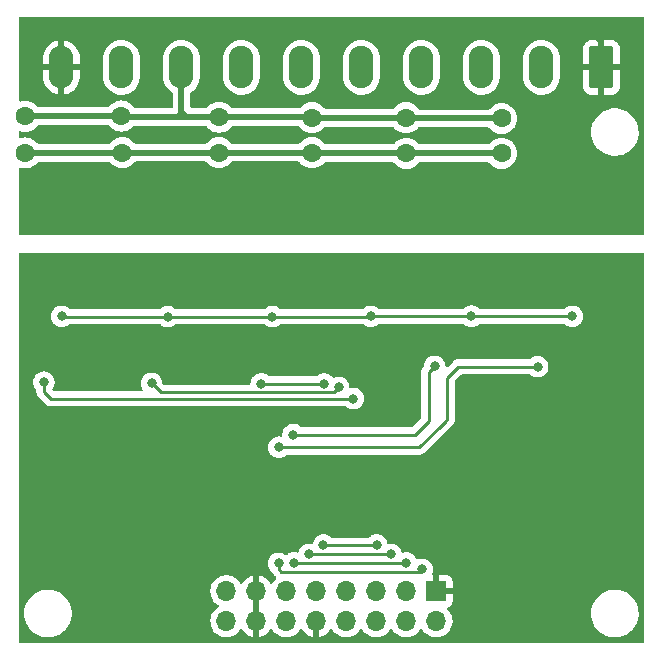
<source format=gbr>
%TF.GenerationSoftware,KiCad,Pcbnew,6.0.7+dfsg-1~bpo11+1*%
%TF.CreationDate,2022-10-12T23:41:26+02:00*%
%TF.ProjectId,rib6out_01,72696236-6f75-4745-9f30-312e6b696361,rev?*%
%TF.SameCoordinates,Original*%
%TF.FileFunction,Copper,L2,Bot*%
%TF.FilePolarity,Positive*%
%FSLAX46Y46*%
G04 Gerber Fmt 4.6, Leading zero omitted, Abs format (unit mm)*
G04 Created by KiCad (PCBNEW 6.0.7+dfsg-1~bpo11+1) date 2022-10-12 23:41:26*
%MOMM*%
%LPD*%
G01*
G04 APERTURE LIST*
G04 Aperture macros list*
%AMRoundRect*
0 Rectangle with rounded corners*
0 $1 Rounding radius*
0 $2 $3 $4 $5 $6 $7 $8 $9 X,Y pos of 4 corners*
0 Add a 4 corners polygon primitive as box body*
4,1,4,$2,$3,$4,$5,$6,$7,$8,$9,$2,$3,0*
0 Add four circle primitives for the rounded corners*
1,1,$1+$1,$2,$3*
1,1,$1+$1,$4,$5*
1,1,$1+$1,$6,$7*
1,1,$1+$1,$8,$9*
0 Add four rect primitives between the rounded corners*
20,1,$1+$1,$2,$3,$4,$5,0*
20,1,$1+$1,$4,$5,$6,$7,0*
20,1,$1+$1,$6,$7,$8,$9,0*
20,1,$1+$1,$8,$9,$2,$3,0*%
G04 Aperture macros list end*
%TA.AperFunction,ComponentPad*%
%ADD10R,1.700000X1.700000*%
%TD*%
%TA.AperFunction,ComponentPad*%
%ADD11O,1.700000X1.700000*%
%TD*%
%TA.AperFunction,ComponentPad*%
%ADD12RoundRect,0.249999X0.790001X1.550001X-0.790001X1.550001X-0.790001X-1.550001X0.790001X-1.550001X0*%
%TD*%
%TA.AperFunction,ComponentPad*%
%ADD13O,2.080000X3.600000*%
%TD*%
%TA.AperFunction,ViaPad*%
%ADD14C,0.800000*%
%TD*%
%TA.AperFunction,ViaPad*%
%ADD15C,1.600000*%
%TD*%
%TA.AperFunction,Conductor*%
%ADD16C,0.250000*%
%TD*%
%TA.AperFunction,Conductor*%
%ADD17C,0.500000*%
%TD*%
G04 APERTURE END LIST*
D10*
%TO.P,J1,1,Pin_1*%
%TO.N,GND*%
X161890000Y-115120000D03*
D11*
%TO.P,J1,2,Pin_2*%
%TO.N,/IO_0*%
X161890000Y-117660000D03*
%TO.P,J1,3,Pin_3*%
%TO.N,/IO_1*%
X159350000Y-115120000D03*
%TO.P,J1,4,Pin_4*%
%TO.N,/IO_2*%
X159350000Y-117660000D03*
%TO.P,J1,5,Pin_5*%
%TO.N,/IO_3*%
X156810000Y-115120000D03*
%TO.P,J1,6,Pin_6*%
%TO.N,/IO_4*%
X156810000Y-117660000D03*
%TO.P,J1,7,Pin_7*%
%TO.N,/IO_5*%
X154270000Y-115120000D03*
%TO.P,J1,8,Pin_8*%
%TO.N,/IO_6*%
X154270000Y-117660000D03*
%TO.P,J1,9,Pin_9*%
%TO.N,/IO_7*%
X151730000Y-115120000D03*
%TO.P,J1,10,Pin_10*%
%TO.N,GND*%
X151730000Y-117660000D03*
%TO.P,J1,11,Pin_11*%
%TO.N,+3.3V*%
X149190000Y-115120000D03*
%TO.P,J1,12,Pin_12*%
X149190000Y-117660000D03*
%TO.P,J1,13,Pin_13*%
%TO.N,GND*%
X146650000Y-115120000D03*
%TO.P,J1,14,Pin_14*%
X146650000Y-117660000D03*
%TO.P,J1,15,Pin_15*%
%TO.N,+24V*%
X144110000Y-115120000D03*
%TO.P,J1,16,Pin_16*%
X144110000Y-117660000D03*
%TD*%
D12*
%TO.P,J2,1,Pin_1*%
%TO.N,/COM*%
X175860000Y-70777500D03*
D13*
%TO.P,J2,2,Pin_2*%
%TO.N,/OUT_0*%
X170780000Y-70777500D03*
%TO.P,J2,3,Pin_3*%
%TO.N,/OUT_1*%
X165700000Y-70777500D03*
%TO.P,J2,4,Pin_4*%
%TO.N,/OUT_2*%
X160620000Y-70777500D03*
%TO.P,J2,5,Pin_5*%
%TO.N,/OUT_3*%
X155540000Y-70777500D03*
%TO.P,J2,6,Pin_6*%
%TO.N,/OUT_4*%
X150460000Y-70777500D03*
%TO.P,J2,7,Pin_7*%
%TO.N,/OUT_5*%
X145380000Y-70777500D03*
%TO.P,J2,8,Pin_8*%
%TO.N,+VDC*%
X140300000Y-70777500D03*
%TO.P,J2,9,Pin_9*%
%TO.N,GNDD*%
X135220000Y-70777500D03*
%TO.P,J2,10,Pin_10*%
%TO.N,/COM*%
X130140000Y-70777500D03*
%TD*%
D14*
%TO.N,GND*%
X155500000Y-105000000D03*
X165500000Y-105000000D03*
X136500000Y-105000000D03*
X136000000Y-117000000D03*
%TO.N,/IO_0*%
X160670000Y-113270000D03*
X148530000Y-112760000D03*
%TO.N,/IO_1*%
X159350000Y-112730000D03*
X149810000Y-112720000D03*
%TO.N,/IO_2*%
X158035000Y-111995000D03*
X151090000Y-112000000D03*
%TO.N,/IO_3*%
X152320000Y-111210000D03*
X156830000Y-111200000D03*
%TO.N,+24V*%
X147980000Y-91870000D03*
X139150000Y-91870000D03*
X130150000Y-91850000D03*
X164840000Y-91840000D03*
X173400000Y-91850000D03*
X156330000Y-91850000D03*
%TO.N,/COM*%
X128000000Y-68000000D03*
X178000000Y-68000000D03*
X133910000Y-73310000D03*
X153000000Y-69000000D03*
D15*
%TO.N,GNDD*%
X143460000Y-77980000D03*
X167400000Y-78050000D03*
X159350000Y-78050000D03*
X151350000Y-78000000D03*
X127090000Y-78020000D03*
X135290000Y-77980000D03*
%TO.N,+VDC*%
X159300000Y-75030000D03*
X143490000Y-74990000D03*
X151350000Y-75020000D03*
X127070000Y-74910000D03*
X167400000Y-75100000D03*
X135220000Y-74890000D03*
D14*
%TO.N,/O0*%
X170460000Y-96120000D03*
X148550000Y-102930000D03*
%TO.N,/O1*%
X161740000Y-96090000D03*
X149760000Y-101870000D03*
%TO.N,/O3*%
X147050000Y-97560000D03*
X152360000Y-97560000D03*
%TO.N,/O4*%
X153615000Y-97875000D03*
X137770000Y-97530000D03*
%TO.N,/O5*%
X128650000Y-97420000D03*
X154860000Y-98820000D03*
%TD*%
D16*
%TO.N,/IO_0*%
X148540000Y-113240000D02*
X148540000Y-112770000D01*
X148540000Y-112770000D02*
X148530000Y-112760000D01*
X148755000Y-113455000D02*
X148540000Y-113240000D01*
X160670000Y-113270000D02*
X160485000Y-113455000D01*
X160485000Y-113455000D02*
X148755000Y-113455000D01*
%TO.N,/IO_1*%
X149815000Y-112725000D02*
X149810000Y-112720000D01*
X159350000Y-112730000D02*
X158930000Y-112730000D01*
X158925000Y-112725000D02*
X149815000Y-112725000D01*
X158930000Y-112730000D02*
X158925000Y-112725000D01*
%TO.N,/IO_2*%
X151255000Y-111995000D02*
X158035000Y-111995000D01*
X151090000Y-112000000D02*
X158030000Y-112000000D01*
X158030000Y-112000000D02*
X158035000Y-111995000D01*
%TO.N,/IO_3*%
X156820000Y-111210000D02*
X156830000Y-111200000D01*
X152320000Y-111210000D02*
X156820000Y-111210000D01*
%TO.N,+24V*%
X164830000Y-91850000D02*
X164840000Y-91840000D01*
X139150000Y-91870000D02*
X147980000Y-91870000D01*
X156310000Y-91870000D02*
X156330000Y-91850000D01*
X173390000Y-91840000D02*
X173400000Y-91850000D01*
X147980000Y-91870000D02*
X156310000Y-91870000D01*
X164840000Y-91840000D02*
X173390000Y-91840000D01*
X139150000Y-91870000D02*
X130170000Y-91870000D01*
X156330000Y-91850000D02*
X164830000Y-91850000D01*
X130170000Y-91870000D02*
X130150000Y-91850000D01*
D17*
%TO.N,/COM*%
X175860000Y-70777500D02*
X175860000Y-68560000D01*
X175860000Y-68560000D02*
X174600000Y-67300000D01*
X130140000Y-68110000D02*
X130140000Y-70777500D01*
X130950000Y-67300000D02*
X130140000Y-68110000D01*
X174600000Y-67300000D02*
X130950000Y-67300000D01*
%TO.N,GNDD*%
X127090000Y-78020000D02*
X135250000Y-78020000D01*
X159350000Y-78050000D02*
X151400000Y-78050000D01*
X135250000Y-78020000D02*
X135290000Y-77980000D01*
X151330000Y-77980000D02*
X151350000Y-78000000D01*
X143460000Y-77980000D02*
X151330000Y-77980000D01*
X135290000Y-77980000D02*
X143460000Y-77980000D01*
X159350000Y-78050000D02*
X167400000Y-78050000D01*
%TO.N,+VDC*%
X135220000Y-74890000D02*
X127090000Y-74890000D01*
X151320000Y-74990000D02*
X143490000Y-74990000D01*
X140300000Y-70777500D02*
X140300000Y-73700000D01*
X151360000Y-75030000D02*
X151350000Y-75020000D01*
X167400000Y-75100000D02*
X159370000Y-75100000D01*
X127090000Y-74890000D02*
X127070000Y-74910000D01*
X151350000Y-75020000D02*
X151320000Y-74990000D01*
X135320000Y-74990000D02*
X135220000Y-74890000D01*
X159300000Y-75030000D02*
X151360000Y-75030000D01*
X140110000Y-74890000D02*
X140610000Y-74890000D01*
X140300000Y-74700000D02*
X140110000Y-74890000D01*
X159370000Y-75100000D02*
X159300000Y-75030000D01*
X140300000Y-73700000D02*
X140300000Y-74580000D01*
X140300000Y-73700000D02*
X140300000Y-74700000D01*
X140300000Y-73700000D02*
X140300000Y-74200000D01*
X140610000Y-74890000D02*
X140710000Y-74990000D01*
X141580000Y-74990000D02*
X135320000Y-74990000D01*
X141580000Y-74990000D02*
X143490000Y-74990000D01*
X140300000Y-74580000D02*
X140610000Y-74890000D01*
X140710000Y-74990000D02*
X141580000Y-74990000D01*
D16*
%TO.N,/O0*%
X162820000Y-97050000D02*
X163750000Y-96120000D01*
X162240000Y-101130000D02*
X162580000Y-100790000D01*
X160440000Y-102930000D02*
X162240000Y-101130000D01*
X162820000Y-100550000D02*
X162820000Y-97360000D01*
X162820000Y-97360000D02*
X162820000Y-97050000D01*
X163750000Y-96120000D02*
X170460000Y-96120000D01*
X148550000Y-102930000D02*
X160440000Y-102930000D01*
X162580000Y-100790000D02*
X162820000Y-100550000D01*
%TO.N,/O1*%
X149760000Y-101870000D02*
X160080000Y-101870000D01*
X160080000Y-101870000D02*
X161230000Y-100720000D01*
X161230000Y-96940000D02*
X161230000Y-96600000D01*
X161230000Y-96600000D02*
X161740000Y-96090000D01*
X161230000Y-100720000D02*
X161230000Y-96940000D01*
%TO.N,/O3*%
X147050000Y-97560000D02*
X152360000Y-97560000D01*
%TO.N,/O4*%
X151615000Y-98285000D02*
X153205000Y-98285000D01*
X151615000Y-98285000D02*
X138525000Y-98285000D01*
X153205000Y-98285000D02*
X153615000Y-97875000D01*
X138525000Y-98285000D02*
X153205000Y-98285000D01*
X152660305Y-98285000D02*
X151615000Y-98285000D01*
X138525000Y-98285000D02*
X137770000Y-97530000D01*
%TO.N,/O5*%
X128650000Y-97420000D02*
X128650000Y-98240000D01*
X129230000Y-98820000D02*
X154860000Y-98820000D01*
X128650000Y-98240000D02*
X129230000Y-98820000D01*
%TD*%
%TA.AperFunction,Conductor*%
%TO.N,/COM*%
G36*
X179433621Y-66528502D02*
G01*
X179480114Y-66582158D01*
X179491500Y-66634500D01*
X179491500Y-84874000D01*
X179471498Y-84942121D01*
X179417842Y-84988614D01*
X179365500Y-85000000D01*
X126634500Y-85000000D01*
X126566379Y-84979998D01*
X126519886Y-84926342D01*
X126508500Y-84874000D01*
X126508500Y-79383053D01*
X126528502Y-79314932D01*
X126582158Y-79268439D01*
X126652432Y-79258335D01*
X126667111Y-79261346D01*
X126856598Y-79312119D01*
X126856600Y-79312119D01*
X126861913Y-79313543D01*
X127090000Y-79333498D01*
X127318087Y-79313543D01*
X127323400Y-79312119D01*
X127323402Y-79312119D01*
X127533933Y-79255707D01*
X127533935Y-79255706D01*
X127539243Y-79254284D01*
X127579082Y-79235707D01*
X127741762Y-79159849D01*
X127741767Y-79159846D01*
X127746749Y-79157523D01*
X127897021Y-79052301D01*
X127929789Y-79029357D01*
X127929792Y-79029355D01*
X127934300Y-79026198D01*
X128096198Y-78864300D01*
X128118655Y-78832229D01*
X128174110Y-78787901D01*
X128221867Y-78778500D01*
X134187243Y-78778500D01*
X134255364Y-78798502D01*
X134282417Y-78822322D01*
X134283802Y-78824300D01*
X134445700Y-78986198D01*
X134450208Y-78989355D01*
X134450211Y-78989357D01*
X134468697Y-79002301D01*
X134633251Y-79117523D01*
X134638233Y-79119846D01*
X134638238Y-79119849D01*
X134835775Y-79211961D01*
X134840757Y-79214284D01*
X134846065Y-79215706D01*
X134846067Y-79215707D01*
X135056598Y-79272119D01*
X135056600Y-79272119D01*
X135061913Y-79273543D01*
X135290000Y-79293498D01*
X135518087Y-79273543D01*
X135523400Y-79272119D01*
X135523402Y-79272119D01*
X135733933Y-79215707D01*
X135733935Y-79215706D01*
X135739243Y-79214284D01*
X135744225Y-79211961D01*
X135941762Y-79119849D01*
X135941767Y-79119846D01*
X135946749Y-79117523D01*
X136111303Y-79002301D01*
X136129789Y-78989357D01*
X136129792Y-78989355D01*
X136134300Y-78986198D01*
X136296198Y-78824300D01*
X136318655Y-78792229D01*
X136374110Y-78747901D01*
X136421867Y-78738500D01*
X142328133Y-78738500D01*
X142396254Y-78758502D01*
X142431345Y-78792228D01*
X142453802Y-78824300D01*
X142615700Y-78986198D01*
X142620208Y-78989355D01*
X142620211Y-78989357D01*
X142638697Y-79002301D01*
X142803251Y-79117523D01*
X142808233Y-79119846D01*
X142808238Y-79119849D01*
X143005775Y-79211961D01*
X143010757Y-79214284D01*
X143016065Y-79215706D01*
X143016067Y-79215707D01*
X143226598Y-79272119D01*
X143226600Y-79272119D01*
X143231913Y-79273543D01*
X143460000Y-79293498D01*
X143688087Y-79273543D01*
X143693400Y-79272119D01*
X143693402Y-79272119D01*
X143903933Y-79215707D01*
X143903935Y-79215706D01*
X143909243Y-79214284D01*
X143914225Y-79211961D01*
X144111762Y-79119849D01*
X144111767Y-79119846D01*
X144116749Y-79117523D01*
X144281303Y-79002301D01*
X144299789Y-78989357D01*
X144299792Y-78989355D01*
X144304300Y-78986198D01*
X144466198Y-78824300D01*
X144488655Y-78792229D01*
X144544110Y-78747901D01*
X144591867Y-78738500D01*
X150204128Y-78738500D01*
X150272249Y-78758502D01*
X150307341Y-78792229D01*
X150332740Y-78828502D01*
X150343802Y-78844300D01*
X150505700Y-79006198D01*
X150510208Y-79009355D01*
X150510211Y-79009357D01*
X150528697Y-79022301D01*
X150693251Y-79137523D01*
X150698233Y-79139846D01*
X150698238Y-79139849D01*
X150860918Y-79215707D01*
X150900757Y-79234284D01*
X150906065Y-79235706D01*
X150906067Y-79235707D01*
X151116598Y-79292119D01*
X151116600Y-79292119D01*
X151121913Y-79293543D01*
X151350000Y-79313498D01*
X151578087Y-79293543D01*
X151583400Y-79292119D01*
X151583402Y-79292119D01*
X151793933Y-79235707D01*
X151793935Y-79235706D01*
X151799243Y-79234284D01*
X151839082Y-79215707D01*
X152001762Y-79139849D01*
X152001767Y-79139846D01*
X152006749Y-79137523D01*
X152171303Y-79022301D01*
X152189789Y-79009357D01*
X152189792Y-79009355D01*
X152194300Y-79006198D01*
X152355093Y-78845405D01*
X152417405Y-78811379D01*
X152444188Y-78808500D01*
X158218133Y-78808500D01*
X158286254Y-78828502D01*
X158321345Y-78862228D01*
X158343802Y-78894300D01*
X158505700Y-79056198D01*
X158510208Y-79059355D01*
X158510211Y-79059357D01*
X158588389Y-79114098D01*
X158693251Y-79187523D01*
X158698233Y-79189846D01*
X158698238Y-79189849D01*
X158878750Y-79274022D01*
X158900757Y-79284284D01*
X158906065Y-79285706D01*
X158906067Y-79285707D01*
X159116598Y-79342119D01*
X159116600Y-79342119D01*
X159121913Y-79343543D01*
X159350000Y-79363498D01*
X159578087Y-79343543D01*
X159583400Y-79342119D01*
X159583402Y-79342119D01*
X159793933Y-79285707D01*
X159793935Y-79285706D01*
X159799243Y-79284284D01*
X159821250Y-79274022D01*
X160001762Y-79189849D01*
X160001767Y-79189846D01*
X160006749Y-79187523D01*
X160111611Y-79114098D01*
X160189789Y-79059357D01*
X160189792Y-79059355D01*
X160194300Y-79056198D01*
X160356198Y-78894300D01*
X160378655Y-78862229D01*
X160434110Y-78817901D01*
X160481867Y-78808500D01*
X166268133Y-78808500D01*
X166336254Y-78828502D01*
X166371345Y-78862228D01*
X166393802Y-78894300D01*
X166555700Y-79056198D01*
X166560208Y-79059355D01*
X166560211Y-79059357D01*
X166638389Y-79114098D01*
X166743251Y-79187523D01*
X166748233Y-79189846D01*
X166748238Y-79189849D01*
X166928750Y-79274022D01*
X166950757Y-79284284D01*
X166956065Y-79285706D01*
X166956067Y-79285707D01*
X167166598Y-79342119D01*
X167166600Y-79342119D01*
X167171913Y-79343543D01*
X167400000Y-79363498D01*
X167628087Y-79343543D01*
X167633400Y-79342119D01*
X167633402Y-79342119D01*
X167843933Y-79285707D01*
X167843935Y-79285706D01*
X167849243Y-79284284D01*
X167871250Y-79274022D01*
X168051762Y-79189849D01*
X168051767Y-79189846D01*
X168056749Y-79187523D01*
X168161611Y-79114098D01*
X168239789Y-79059357D01*
X168239792Y-79059355D01*
X168244300Y-79056198D01*
X168406198Y-78894300D01*
X168427205Y-78864300D01*
X168477669Y-78792229D01*
X168537523Y-78706749D01*
X168539846Y-78701767D01*
X168539849Y-78701762D01*
X168631961Y-78504225D01*
X168631961Y-78504224D01*
X168634284Y-78499243D01*
X168693543Y-78278087D01*
X168713498Y-78050000D01*
X168693543Y-77821913D01*
X168634284Y-77600757D01*
X168611786Y-77552509D01*
X168539849Y-77398238D01*
X168539846Y-77398233D01*
X168537523Y-77393251D01*
X168431114Y-77241283D01*
X168409357Y-77210211D01*
X168409355Y-77210208D01*
X168406198Y-77205700D01*
X168244300Y-77043802D01*
X168239792Y-77040645D01*
X168239789Y-77040643D01*
X168094276Y-76938754D01*
X168056749Y-76912477D01*
X168051767Y-76910154D01*
X168051762Y-76910151D01*
X167854225Y-76818039D01*
X167854224Y-76818039D01*
X167849243Y-76815716D01*
X167843935Y-76814294D01*
X167843933Y-76814293D01*
X167633402Y-76757881D01*
X167633400Y-76757881D01*
X167628087Y-76756457D01*
X167400000Y-76736502D01*
X167171913Y-76756457D01*
X167166600Y-76757881D01*
X167166598Y-76757881D01*
X166956067Y-76814293D01*
X166956065Y-76814294D01*
X166950757Y-76815716D01*
X166945776Y-76818039D01*
X166945775Y-76818039D01*
X166748238Y-76910151D01*
X166748233Y-76910154D01*
X166743251Y-76912477D01*
X166705724Y-76938754D01*
X166560211Y-77040643D01*
X166560208Y-77040645D01*
X166555700Y-77043802D01*
X166393802Y-77205700D01*
X166371345Y-77237771D01*
X166315890Y-77282099D01*
X166268133Y-77291500D01*
X160481867Y-77291500D01*
X160413746Y-77271498D01*
X160378654Y-77237771D01*
X160356198Y-77205700D01*
X160194300Y-77043802D01*
X160189792Y-77040645D01*
X160189789Y-77040643D01*
X160044276Y-76938754D01*
X160006749Y-76912477D01*
X160001767Y-76910154D01*
X160001762Y-76910151D01*
X159804225Y-76818039D01*
X159804224Y-76818039D01*
X159799243Y-76815716D01*
X159793935Y-76814294D01*
X159793933Y-76814293D01*
X159583402Y-76757881D01*
X159583400Y-76757881D01*
X159578087Y-76756457D01*
X159350000Y-76736502D01*
X159121913Y-76756457D01*
X159116600Y-76757881D01*
X159116598Y-76757881D01*
X158906067Y-76814293D01*
X158906065Y-76814294D01*
X158900757Y-76815716D01*
X158895776Y-76818039D01*
X158895775Y-76818039D01*
X158698238Y-76910151D01*
X158698233Y-76910154D01*
X158693251Y-76912477D01*
X158655724Y-76938754D01*
X158510211Y-77040643D01*
X158510208Y-77040645D01*
X158505700Y-77043802D01*
X158343802Y-77205700D01*
X158321345Y-77237771D01*
X158265890Y-77282099D01*
X158218133Y-77291500D01*
X152516878Y-77291500D01*
X152448757Y-77271498D01*
X152413665Y-77237771D01*
X152359357Y-77160211D01*
X152359355Y-77160208D01*
X152356198Y-77155700D01*
X152194300Y-76993802D01*
X152189792Y-76990645D01*
X152189789Y-76990643D01*
X152074834Y-76910151D01*
X152006749Y-76862477D01*
X152001767Y-76860154D01*
X152001762Y-76860151D01*
X151804225Y-76768039D01*
X151804224Y-76768039D01*
X151799243Y-76765716D01*
X151793935Y-76764294D01*
X151793933Y-76764293D01*
X151583402Y-76707881D01*
X151583400Y-76707881D01*
X151578087Y-76706457D01*
X151350000Y-76686502D01*
X151121913Y-76706457D01*
X151116600Y-76707881D01*
X151116598Y-76707881D01*
X150906067Y-76764293D01*
X150906065Y-76764294D01*
X150900757Y-76765716D01*
X150895776Y-76768039D01*
X150895775Y-76768039D01*
X150698238Y-76860151D01*
X150698233Y-76860154D01*
X150693251Y-76862477D01*
X150625166Y-76910151D01*
X150510211Y-76990643D01*
X150510208Y-76990645D01*
X150505700Y-76993802D01*
X150343802Y-77155700D01*
X150340647Y-77160206D01*
X150340641Y-77160213D01*
X150335351Y-77167769D01*
X150279894Y-77212099D01*
X150232137Y-77221500D01*
X144591867Y-77221500D01*
X144523746Y-77201498D01*
X144488655Y-77167772D01*
X144466198Y-77135700D01*
X144304300Y-76973802D01*
X144299792Y-76970645D01*
X144299789Y-76970643D01*
X144178383Y-76885634D01*
X144116749Y-76842477D01*
X144111767Y-76840154D01*
X144111762Y-76840151D01*
X143914225Y-76748039D01*
X143914224Y-76748039D01*
X143909243Y-76745716D01*
X143903935Y-76744294D01*
X143903933Y-76744293D01*
X143693402Y-76687881D01*
X143693400Y-76687881D01*
X143688087Y-76686457D01*
X143460000Y-76666502D01*
X143231913Y-76686457D01*
X143226600Y-76687881D01*
X143226598Y-76687881D01*
X143016067Y-76744293D01*
X143016065Y-76744294D01*
X143010757Y-76745716D01*
X143005776Y-76748039D01*
X143005775Y-76748039D01*
X142808238Y-76840151D01*
X142808233Y-76840154D01*
X142803251Y-76842477D01*
X142741617Y-76885634D01*
X142620211Y-76970643D01*
X142620208Y-76970645D01*
X142615700Y-76973802D01*
X142453802Y-77135700D01*
X142431345Y-77167771D01*
X142375890Y-77212099D01*
X142328133Y-77221500D01*
X136421867Y-77221500D01*
X136353746Y-77201498D01*
X136318655Y-77167772D01*
X136296198Y-77135700D01*
X136134300Y-76973802D01*
X136129792Y-76970645D01*
X136129789Y-76970643D01*
X136008383Y-76885634D01*
X135946749Y-76842477D01*
X135941767Y-76840154D01*
X135941762Y-76840151D01*
X135744225Y-76748039D01*
X135744224Y-76748039D01*
X135739243Y-76745716D01*
X135733935Y-76744294D01*
X135733933Y-76744293D01*
X135523402Y-76687881D01*
X135523400Y-76687881D01*
X135518087Y-76686457D01*
X135290000Y-76666502D01*
X135061913Y-76686457D01*
X135056600Y-76687881D01*
X135056598Y-76687881D01*
X134846067Y-76744293D01*
X134846065Y-76744294D01*
X134840757Y-76745716D01*
X134835776Y-76748039D01*
X134835775Y-76748039D01*
X134638238Y-76840151D01*
X134638233Y-76840154D01*
X134633251Y-76842477D01*
X134571617Y-76885634D01*
X134450211Y-76970643D01*
X134450208Y-76970645D01*
X134445700Y-76973802D01*
X134283802Y-77135700D01*
X134280645Y-77140208D01*
X134280643Y-77140211D01*
X134233337Y-77207771D01*
X134177880Y-77252099D01*
X134130124Y-77261500D01*
X128221867Y-77261500D01*
X128153746Y-77241498D01*
X128118654Y-77207771D01*
X128096198Y-77175700D01*
X127934300Y-77013802D01*
X127929792Y-77010645D01*
X127929789Y-77010643D01*
X127851611Y-76955902D01*
X127746749Y-76882477D01*
X127741767Y-76880154D01*
X127741762Y-76880151D01*
X127544225Y-76788039D01*
X127544224Y-76788039D01*
X127539243Y-76785716D01*
X127533935Y-76784294D01*
X127533933Y-76784293D01*
X127323402Y-76727881D01*
X127323400Y-76727881D01*
X127318087Y-76726457D01*
X127090000Y-76706502D01*
X126861913Y-76726457D01*
X126856600Y-76727881D01*
X126856598Y-76727881D01*
X126667111Y-76778654D01*
X126596135Y-76776964D01*
X126537339Y-76737170D01*
X126509391Y-76671906D01*
X126508500Y-76656947D01*
X126508500Y-76278412D01*
X126528502Y-76210291D01*
X126582158Y-76163798D01*
X126652432Y-76153694D01*
X126667111Y-76156705D01*
X126836598Y-76202119D01*
X126836600Y-76202119D01*
X126841913Y-76203543D01*
X127070000Y-76223498D01*
X127298087Y-76203543D01*
X127303400Y-76202119D01*
X127303402Y-76202119D01*
X127513933Y-76145707D01*
X127513935Y-76145706D01*
X127519243Y-76144284D01*
X127524225Y-76141961D01*
X127721762Y-76049849D01*
X127721767Y-76049846D01*
X127726749Y-76047523D01*
X127868601Y-75948197D01*
X127909789Y-75919357D01*
X127909792Y-75919355D01*
X127914300Y-75916198D01*
X128076198Y-75754300D01*
X128080227Y-75748546D01*
X128112659Y-75702229D01*
X128168117Y-75657901D01*
X128215872Y-75648500D01*
X134088133Y-75648500D01*
X134156254Y-75668502D01*
X134191345Y-75702228D01*
X134213802Y-75734300D01*
X134375700Y-75896198D01*
X134380208Y-75899355D01*
X134380211Y-75899357D01*
X134449962Y-75948197D01*
X134563251Y-76027523D01*
X134568233Y-76029846D01*
X134568238Y-76029849D01*
X134765775Y-76121961D01*
X134770757Y-76124284D01*
X134776065Y-76125706D01*
X134776067Y-76125707D01*
X134986598Y-76182119D01*
X134986600Y-76182119D01*
X134991913Y-76183543D01*
X135220000Y-76203498D01*
X135448087Y-76183543D01*
X135453400Y-76182119D01*
X135453402Y-76182119D01*
X135663933Y-76125707D01*
X135663935Y-76125706D01*
X135669243Y-76124284D01*
X135674225Y-76121961D01*
X135871762Y-76029849D01*
X135871767Y-76029846D01*
X135876749Y-76027523D01*
X135990038Y-75948197D01*
X136059789Y-75899357D01*
X136059792Y-75899355D01*
X136064300Y-75896198D01*
X136175093Y-75785405D01*
X136237405Y-75751379D01*
X136264188Y-75748500D01*
X140622059Y-75748500D01*
X140633260Y-75748999D01*
X140634950Y-75749150D01*
X140642115Y-75750640D01*
X140719520Y-75748546D01*
X140722928Y-75748500D01*
X142358133Y-75748500D01*
X142426254Y-75768502D01*
X142461345Y-75802228D01*
X142483802Y-75834300D01*
X142645700Y-75996198D01*
X142650208Y-75999355D01*
X142650211Y-75999357D01*
X142693056Y-76029357D01*
X142833251Y-76127523D01*
X142838233Y-76129846D01*
X142838238Y-76129849D01*
X143035775Y-76221961D01*
X143040757Y-76224284D01*
X143046065Y-76225706D01*
X143046067Y-76225707D01*
X143256598Y-76282119D01*
X143256600Y-76282119D01*
X143261913Y-76283543D01*
X143490000Y-76303498D01*
X143718087Y-76283543D01*
X143723400Y-76282119D01*
X143723402Y-76282119D01*
X143933933Y-76225707D01*
X143933935Y-76225706D01*
X143939243Y-76224284D01*
X143944225Y-76221961D01*
X144141762Y-76129849D01*
X144141767Y-76129846D01*
X144146749Y-76127523D01*
X144286944Y-76029357D01*
X144329789Y-75999357D01*
X144329792Y-75999355D01*
X144334300Y-75996198D01*
X144496198Y-75834300D01*
X144518655Y-75802229D01*
X144574110Y-75757901D01*
X144621867Y-75748500D01*
X150197126Y-75748500D01*
X150265247Y-75768502D01*
X150300339Y-75802229D01*
X150340376Y-75859407D01*
X150343802Y-75864300D01*
X150505700Y-76026198D01*
X150510208Y-76029355D01*
X150510211Y-76029357D01*
X150536155Y-76047523D01*
X150693251Y-76157523D01*
X150698233Y-76159846D01*
X150698238Y-76159849D01*
X150886249Y-76247519D01*
X150900757Y-76254284D01*
X150906065Y-76255706D01*
X150906067Y-76255707D01*
X151116598Y-76312119D01*
X151116600Y-76312119D01*
X151121913Y-76313543D01*
X151350000Y-76333498D01*
X151578087Y-76313543D01*
X151583400Y-76312119D01*
X151583402Y-76312119D01*
X151793933Y-76255707D01*
X151793935Y-76255706D01*
X151799243Y-76254284D01*
X151813751Y-76247519D01*
X152001762Y-76159849D01*
X152001767Y-76159846D01*
X152006749Y-76157523D01*
X152163845Y-76047523D01*
X152189789Y-76029357D01*
X152189792Y-76029355D01*
X152194300Y-76026198D01*
X152356198Y-75864300D01*
X152371652Y-75842229D01*
X152427108Y-75797901D01*
X152474865Y-75788500D01*
X158168133Y-75788500D01*
X158236254Y-75808502D01*
X158271345Y-75842228D01*
X158293802Y-75874300D01*
X158455700Y-76036198D01*
X158460208Y-76039355D01*
X158460211Y-76039357D01*
X158535305Y-76091938D01*
X158643251Y-76167523D01*
X158648233Y-76169846D01*
X158648238Y-76169849D01*
X158832363Y-76255707D01*
X158850757Y-76264284D01*
X158856065Y-76265706D01*
X158856067Y-76265707D01*
X159066598Y-76322119D01*
X159066600Y-76322119D01*
X159071913Y-76323543D01*
X159300000Y-76343498D01*
X159528087Y-76323543D01*
X159533400Y-76322119D01*
X159533402Y-76322119D01*
X159743933Y-76265707D01*
X159743935Y-76265706D01*
X159749243Y-76264284D01*
X159767637Y-76255707D01*
X159951762Y-76169849D01*
X159951767Y-76169846D01*
X159956749Y-76167523D01*
X160064695Y-76091938D01*
X160139789Y-76039357D01*
X160139792Y-76039355D01*
X160144300Y-76036198D01*
X160285093Y-75895405D01*
X160347405Y-75861379D01*
X160374188Y-75858500D01*
X166268133Y-75858500D01*
X166336254Y-75878502D01*
X166371345Y-75912228D01*
X166393802Y-75944300D01*
X166555700Y-76106198D01*
X166560208Y-76109355D01*
X166560211Y-76109357D01*
X166623531Y-76153694D01*
X166743251Y-76237523D01*
X166748233Y-76239846D01*
X166748238Y-76239849D01*
X166928750Y-76324022D01*
X166950757Y-76334284D01*
X166956065Y-76335706D01*
X166956067Y-76335707D01*
X167166598Y-76392119D01*
X167166600Y-76392119D01*
X167171913Y-76393543D01*
X167400000Y-76413498D01*
X167628087Y-76393543D01*
X167633400Y-76392119D01*
X167633402Y-76392119D01*
X167843933Y-76335707D01*
X167843935Y-76335706D01*
X167849243Y-76334284D01*
X167871250Y-76324022D01*
X168051762Y-76239849D01*
X168051767Y-76239846D01*
X168056749Y-76237523D01*
X168069038Y-76228918D01*
X174986917Y-76228918D01*
X174987334Y-76236156D01*
X175002682Y-76502320D01*
X175055405Y-76771053D01*
X175056792Y-76775103D01*
X175056793Y-76775108D01*
X175137435Y-77010643D01*
X175144112Y-77030144D01*
X175173238Y-77088054D01*
X175242837Y-77226437D01*
X175267160Y-77274799D01*
X175269586Y-77278328D01*
X175269589Y-77278334D01*
X175419843Y-77496953D01*
X175422274Y-77500490D01*
X175606582Y-77703043D01*
X175816675Y-77878707D01*
X175820316Y-77880991D01*
X176045024Y-78021951D01*
X176045028Y-78021953D01*
X176048664Y-78024234D01*
X176116544Y-78054883D01*
X176294345Y-78135164D01*
X176294349Y-78135166D01*
X176298257Y-78136930D01*
X176302377Y-78138150D01*
X176302376Y-78138150D01*
X176556723Y-78213491D01*
X176556727Y-78213492D01*
X176560836Y-78214709D01*
X176565070Y-78215357D01*
X176565075Y-78215358D01*
X176827298Y-78255483D01*
X176827300Y-78255483D01*
X176831540Y-78256132D01*
X176970912Y-78258322D01*
X177101071Y-78260367D01*
X177101077Y-78260367D01*
X177105362Y-78260434D01*
X177377235Y-78227534D01*
X177642127Y-78158041D01*
X177646087Y-78156401D01*
X177646092Y-78156399D01*
X177768632Y-78105641D01*
X177895136Y-78053241D01*
X178131582Y-77915073D01*
X178347089Y-77746094D01*
X178388809Y-77703043D01*
X178534686Y-77552509D01*
X178537669Y-77549431D01*
X178540202Y-77545983D01*
X178540206Y-77545978D01*
X178697257Y-77332178D01*
X178699795Y-77328723D01*
X178727154Y-77278334D01*
X178828418Y-77091830D01*
X178828419Y-77091828D01*
X178830468Y-77088054D01*
X178909028Y-76880151D01*
X178925751Y-76835895D01*
X178925752Y-76835891D01*
X178927269Y-76831877D01*
X178960564Y-76686502D01*
X178987449Y-76569117D01*
X178987450Y-76569113D01*
X178988407Y-76564933D01*
X178996910Y-76469665D01*
X179012531Y-76294627D01*
X179012531Y-76294625D01*
X179012751Y-76292161D01*
X179013193Y-76250000D01*
X179012501Y-76239849D01*
X178994859Y-75981055D01*
X178994858Y-75981049D01*
X178994567Y-75976778D01*
X178977073Y-75892301D01*
X178959718Y-75808502D01*
X178939032Y-75708612D01*
X178847617Y-75450465D01*
X178784453Y-75328087D01*
X178723978Y-75210919D01*
X178723978Y-75210918D01*
X178722013Y-75207112D01*
X178712040Y-75192921D01*
X178567008Y-74986562D01*
X178564545Y-74983057D01*
X178378125Y-74782445D01*
X178374810Y-74779731D01*
X178374806Y-74779728D01*
X178169523Y-74611706D01*
X178166205Y-74608990D01*
X177932704Y-74465901D01*
X177928768Y-74464173D01*
X177685873Y-74357549D01*
X177685869Y-74357548D01*
X177681945Y-74355825D01*
X177418566Y-74280800D01*
X177414324Y-74280196D01*
X177414318Y-74280195D01*
X177212682Y-74251498D01*
X177147443Y-74242213D01*
X177003589Y-74241460D01*
X176877877Y-74240802D01*
X176877871Y-74240802D01*
X176873591Y-74240780D01*
X176869347Y-74241339D01*
X176869343Y-74241339D01*
X176789862Y-74251803D01*
X176602078Y-74276525D01*
X176597938Y-74277658D01*
X176597936Y-74277658D01*
X176560973Y-74287770D01*
X176337928Y-74348788D01*
X176333980Y-74350472D01*
X176089982Y-74454546D01*
X176089978Y-74454548D01*
X176086030Y-74456232D01*
X176066125Y-74468145D01*
X175854725Y-74594664D01*
X175854721Y-74594667D01*
X175851043Y-74596868D01*
X175637318Y-74768094D01*
X175448808Y-74966742D01*
X175289002Y-75189136D01*
X175160857Y-75431161D01*
X175159385Y-75435184D01*
X175159383Y-75435188D01*
X175081321Y-75648500D01*
X175066743Y-75688337D01*
X175008404Y-75955907D01*
X175002392Y-76032301D01*
X174987465Y-76221961D01*
X174986917Y-76228918D01*
X168069038Y-76228918D01*
X168176469Y-76153694D01*
X168239789Y-76109357D01*
X168239792Y-76109355D01*
X168244300Y-76106198D01*
X168406198Y-75944300D01*
X168423664Y-75919357D01*
X168508708Y-75797901D01*
X168537523Y-75756749D01*
X168539846Y-75751767D01*
X168539849Y-75751762D01*
X168631961Y-75554225D01*
X168631961Y-75554224D01*
X168634284Y-75549243D01*
X168693543Y-75328087D01*
X168713498Y-75100000D01*
X168693543Y-74871913D01*
X168634284Y-74650757D01*
X168631961Y-74645775D01*
X168539849Y-74448238D01*
X168539846Y-74448233D01*
X168537523Y-74443251D01*
X168452270Y-74321498D01*
X168409357Y-74260211D01*
X168409355Y-74260208D01*
X168406198Y-74255700D01*
X168244300Y-74093802D01*
X168239792Y-74090645D01*
X168239789Y-74090643D01*
X168125537Y-74010643D01*
X168056749Y-73962477D01*
X168051767Y-73960154D01*
X168051762Y-73960151D01*
X167854225Y-73868039D01*
X167854224Y-73868039D01*
X167849243Y-73865716D01*
X167843935Y-73864294D01*
X167843933Y-73864293D01*
X167633402Y-73807881D01*
X167633400Y-73807881D01*
X167628087Y-73806457D01*
X167400000Y-73786502D01*
X167171913Y-73806457D01*
X167166600Y-73807881D01*
X167166598Y-73807881D01*
X166956067Y-73864293D01*
X166956065Y-73864294D01*
X166950757Y-73865716D01*
X166945776Y-73868039D01*
X166945775Y-73868039D01*
X166748238Y-73960151D01*
X166748233Y-73960154D01*
X166743251Y-73962477D01*
X166674463Y-74010643D01*
X166560211Y-74090643D01*
X166560208Y-74090645D01*
X166555700Y-74093802D01*
X166393802Y-74255700D01*
X166371345Y-74287771D01*
X166315890Y-74332099D01*
X166268133Y-74341500D01*
X160480882Y-74341500D01*
X160412761Y-74321498D01*
X160377669Y-74287771D01*
X160377669Y-74287770D01*
X160306198Y-74185700D01*
X160144300Y-74023802D01*
X160139792Y-74020645D01*
X160139789Y-74020643D01*
X159978488Y-73907699D01*
X159956749Y-73892477D01*
X159951767Y-73890154D01*
X159951762Y-73890151D01*
X159754225Y-73798039D01*
X159754224Y-73798039D01*
X159749243Y-73795716D01*
X159743935Y-73794294D01*
X159743933Y-73794293D01*
X159533402Y-73737881D01*
X159533400Y-73737881D01*
X159528087Y-73736457D01*
X159300000Y-73716502D01*
X159071913Y-73736457D01*
X159066600Y-73737881D01*
X159066598Y-73737881D01*
X158856067Y-73794293D01*
X158856065Y-73794294D01*
X158850757Y-73795716D01*
X158845776Y-73798039D01*
X158845775Y-73798039D01*
X158648238Y-73890151D01*
X158648233Y-73890154D01*
X158643251Y-73892477D01*
X158621512Y-73907699D01*
X158460211Y-74020643D01*
X158460208Y-74020645D01*
X158455700Y-74023802D01*
X158293802Y-74185700D01*
X158271345Y-74217771D01*
X158215890Y-74262099D01*
X158168133Y-74271500D01*
X152488869Y-74271500D01*
X152420748Y-74251498D01*
X152385657Y-74217772D01*
X152356198Y-74175700D01*
X152194300Y-74013802D01*
X152189792Y-74010645D01*
X152189789Y-74010643D01*
X152111611Y-73955902D01*
X152006749Y-73882477D01*
X152001767Y-73880154D01*
X152001762Y-73880151D01*
X151804225Y-73788039D01*
X151804224Y-73788039D01*
X151799243Y-73785716D01*
X151793935Y-73784294D01*
X151793933Y-73784293D01*
X151583402Y-73727881D01*
X151583400Y-73727881D01*
X151578087Y-73726457D01*
X151350000Y-73706502D01*
X151121913Y-73726457D01*
X151116600Y-73727881D01*
X151116598Y-73727881D01*
X150906067Y-73784293D01*
X150906065Y-73784294D01*
X150900757Y-73785716D01*
X150895776Y-73788039D01*
X150895775Y-73788039D01*
X150698238Y-73880151D01*
X150698233Y-73880154D01*
X150693251Y-73882477D01*
X150588389Y-73955902D01*
X150510211Y-74010643D01*
X150510208Y-74010645D01*
X150505700Y-74013802D01*
X150343802Y-74175700D01*
X150340645Y-74180209D01*
X150337108Y-74184424D01*
X150335605Y-74183162D01*
X150286900Y-74222097D01*
X150239139Y-74231500D01*
X144621867Y-74231500D01*
X144553746Y-74211498D01*
X144518654Y-74177771D01*
X144496198Y-74145700D01*
X144334300Y-73983802D01*
X144329792Y-73980645D01*
X144329789Y-73980643D01*
X144208383Y-73895634D01*
X144146749Y-73852477D01*
X144141767Y-73850154D01*
X144141762Y-73850151D01*
X143944225Y-73758039D01*
X143944224Y-73758039D01*
X143939243Y-73755716D01*
X143933935Y-73754294D01*
X143933933Y-73754293D01*
X143723402Y-73697881D01*
X143723400Y-73697881D01*
X143718087Y-73696457D01*
X143490000Y-73676502D01*
X143261913Y-73696457D01*
X143256600Y-73697881D01*
X143256598Y-73697881D01*
X143046067Y-73754293D01*
X143046065Y-73754294D01*
X143040757Y-73755716D01*
X143035776Y-73758039D01*
X143035775Y-73758039D01*
X142838238Y-73850151D01*
X142838233Y-73850154D01*
X142833251Y-73852477D01*
X142771617Y-73895634D01*
X142650211Y-73980643D01*
X142650208Y-73980645D01*
X142645700Y-73983802D01*
X142483802Y-74145700D01*
X142461345Y-74177771D01*
X142405890Y-74222099D01*
X142358133Y-74231500D01*
X141184500Y-74231500D01*
X141116379Y-74211498D01*
X141069886Y-74157842D01*
X141058500Y-74105500D01*
X141058500Y-72961025D01*
X141078502Y-72892904D01*
X141113677Y-72856814D01*
X141273453Y-72748231D01*
X141277545Y-72744362D01*
X141450824Y-72580500D01*
X141454504Y-72577020D01*
X141521960Y-72488791D01*
X141602779Y-72383084D01*
X141602782Y-72383080D01*
X141605852Y-72379064D01*
X141723604Y-72159457D01*
X141768913Y-72027873D01*
X141803082Y-71928638D01*
X141804731Y-71923849D01*
X141822482Y-71821079D01*
X141846469Y-71682211D01*
X141846470Y-71682205D01*
X141847144Y-71678301D01*
X141848500Y-71648441D01*
X141848500Y-71600118D01*
X143831500Y-71600118D01*
X143831702Y-71602626D01*
X143831702Y-71602631D01*
X143846034Y-71780759D01*
X143846446Y-71785882D01*
X143905885Y-72027873D01*
X144003249Y-72257248D01*
X144005947Y-72261532D01*
X144133148Y-72463524D01*
X144136033Y-72468106D01*
X144300822Y-72655022D01*
X144493375Y-72813187D01*
X144708738Y-72938531D01*
X144767337Y-72961025D01*
X144936643Y-73026016D01*
X144936646Y-73026017D01*
X144941372Y-73027831D01*
X145185290Y-73078788D01*
X145190339Y-73079017D01*
X145190345Y-73079018D01*
X145304004Y-73084179D01*
X145434218Y-73090092D01*
X145439238Y-73089511D01*
X145439242Y-73089511D01*
X145562543Y-73075244D01*
X145681750Y-73061451D01*
X145686624Y-73060072D01*
X145686628Y-73060071D01*
X145916651Y-72994981D01*
X145916653Y-72994980D01*
X145921520Y-72993603D01*
X145926095Y-72991469D01*
X145926102Y-72991467D01*
X146116105Y-72902866D01*
X146147357Y-72888293D01*
X146151537Y-72885452D01*
X146151541Y-72885450D01*
X146349264Y-72751078D01*
X146349265Y-72751077D01*
X146353453Y-72748231D01*
X146357545Y-72744362D01*
X146530824Y-72580500D01*
X146534504Y-72577020D01*
X146601960Y-72488791D01*
X146682779Y-72383084D01*
X146682782Y-72383080D01*
X146685852Y-72379064D01*
X146803604Y-72159457D01*
X146848913Y-72027873D01*
X146883082Y-71928638D01*
X146884731Y-71923849D01*
X146902482Y-71821079D01*
X146926469Y-71682211D01*
X146926470Y-71682205D01*
X146927144Y-71678301D01*
X146928500Y-71648441D01*
X146928500Y-71600118D01*
X148911500Y-71600118D01*
X148911702Y-71602626D01*
X148911702Y-71602631D01*
X148926034Y-71780759D01*
X148926446Y-71785882D01*
X148985885Y-72027873D01*
X149083249Y-72257248D01*
X149085947Y-72261532D01*
X149213148Y-72463524D01*
X149216033Y-72468106D01*
X149380822Y-72655022D01*
X149573375Y-72813187D01*
X149788738Y-72938531D01*
X149847337Y-72961025D01*
X150016643Y-73026016D01*
X150016646Y-73026017D01*
X150021372Y-73027831D01*
X150265290Y-73078788D01*
X150270339Y-73079017D01*
X150270345Y-73079018D01*
X150384004Y-73084179D01*
X150514218Y-73090092D01*
X150519238Y-73089511D01*
X150519242Y-73089511D01*
X150642543Y-73075244D01*
X150761750Y-73061451D01*
X150766624Y-73060072D01*
X150766628Y-73060071D01*
X150996651Y-72994981D01*
X150996653Y-72994980D01*
X151001520Y-72993603D01*
X151006095Y-72991469D01*
X151006102Y-72991467D01*
X151196105Y-72902866D01*
X151227357Y-72888293D01*
X151231537Y-72885452D01*
X151231541Y-72885450D01*
X151429264Y-72751078D01*
X151429265Y-72751077D01*
X151433453Y-72748231D01*
X151437545Y-72744362D01*
X151610824Y-72580500D01*
X151614504Y-72577020D01*
X151681960Y-72488791D01*
X151762779Y-72383084D01*
X151762782Y-72383080D01*
X151765852Y-72379064D01*
X151883604Y-72159457D01*
X151928913Y-72027873D01*
X151963082Y-71928638D01*
X151964731Y-71923849D01*
X151982482Y-71821079D01*
X152006469Y-71682211D01*
X152006470Y-71682205D01*
X152007144Y-71678301D01*
X152008500Y-71648441D01*
X152008500Y-71600118D01*
X153991500Y-71600118D01*
X153991702Y-71602626D01*
X153991702Y-71602631D01*
X154006034Y-71780759D01*
X154006446Y-71785882D01*
X154065885Y-72027873D01*
X154163249Y-72257248D01*
X154165947Y-72261532D01*
X154293148Y-72463524D01*
X154296033Y-72468106D01*
X154460822Y-72655022D01*
X154653375Y-72813187D01*
X154868738Y-72938531D01*
X154927337Y-72961025D01*
X155096643Y-73026016D01*
X155096646Y-73026017D01*
X155101372Y-73027831D01*
X155345290Y-73078788D01*
X155350339Y-73079017D01*
X155350345Y-73079018D01*
X155464004Y-73084179D01*
X155594218Y-73090092D01*
X155599238Y-73089511D01*
X155599242Y-73089511D01*
X155722543Y-73075244D01*
X155841750Y-73061451D01*
X155846624Y-73060072D01*
X155846628Y-73060071D01*
X156076651Y-72994981D01*
X156076653Y-72994980D01*
X156081520Y-72993603D01*
X156086095Y-72991469D01*
X156086102Y-72991467D01*
X156276105Y-72902866D01*
X156307357Y-72888293D01*
X156311537Y-72885452D01*
X156311541Y-72885450D01*
X156509264Y-72751078D01*
X156509265Y-72751077D01*
X156513453Y-72748231D01*
X156517545Y-72744362D01*
X156690824Y-72580500D01*
X156694504Y-72577020D01*
X156761960Y-72488791D01*
X156842779Y-72383084D01*
X156842782Y-72383080D01*
X156845852Y-72379064D01*
X156963604Y-72159457D01*
X157008913Y-72027873D01*
X157043082Y-71928638D01*
X157044731Y-71923849D01*
X157062482Y-71821079D01*
X157086469Y-71682211D01*
X157086470Y-71682205D01*
X157087144Y-71678301D01*
X157088500Y-71648441D01*
X157088500Y-71600118D01*
X159071500Y-71600118D01*
X159071702Y-71602626D01*
X159071702Y-71602631D01*
X159086034Y-71780759D01*
X159086446Y-71785882D01*
X159145885Y-72027873D01*
X159243249Y-72257248D01*
X159245947Y-72261532D01*
X159373148Y-72463524D01*
X159376033Y-72468106D01*
X159540822Y-72655022D01*
X159733375Y-72813187D01*
X159948738Y-72938531D01*
X160007337Y-72961025D01*
X160176643Y-73026016D01*
X160176646Y-73026017D01*
X160181372Y-73027831D01*
X160425290Y-73078788D01*
X160430339Y-73079017D01*
X160430345Y-73079018D01*
X160544004Y-73084179D01*
X160674218Y-73090092D01*
X160679238Y-73089511D01*
X160679242Y-73089511D01*
X160802543Y-73075244D01*
X160921750Y-73061451D01*
X160926624Y-73060072D01*
X160926628Y-73060071D01*
X161156651Y-72994981D01*
X161156653Y-72994980D01*
X161161520Y-72993603D01*
X161166095Y-72991469D01*
X161166102Y-72991467D01*
X161356105Y-72902866D01*
X161387357Y-72888293D01*
X161391537Y-72885452D01*
X161391541Y-72885450D01*
X161589264Y-72751078D01*
X161589265Y-72751077D01*
X161593453Y-72748231D01*
X161597545Y-72744362D01*
X161770824Y-72580500D01*
X161774504Y-72577020D01*
X161841960Y-72488791D01*
X161922779Y-72383084D01*
X161922782Y-72383080D01*
X161925852Y-72379064D01*
X162043604Y-72159457D01*
X162088913Y-72027873D01*
X162123082Y-71928638D01*
X162124731Y-71923849D01*
X162142482Y-71821079D01*
X162166469Y-71682211D01*
X162166470Y-71682205D01*
X162167144Y-71678301D01*
X162168500Y-71648441D01*
X162168500Y-71600118D01*
X164151500Y-71600118D01*
X164151702Y-71602626D01*
X164151702Y-71602631D01*
X164166034Y-71780759D01*
X164166446Y-71785882D01*
X164225885Y-72027873D01*
X164323249Y-72257248D01*
X164325947Y-72261532D01*
X164453148Y-72463524D01*
X164456033Y-72468106D01*
X164620822Y-72655022D01*
X164813375Y-72813187D01*
X165028738Y-72938531D01*
X165087337Y-72961025D01*
X165256643Y-73026016D01*
X165256646Y-73026017D01*
X165261372Y-73027831D01*
X165505290Y-73078788D01*
X165510339Y-73079017D01*
X165510345Y-73079018D01*
X165624004Y-73084179D01*
X165754218Y-73090092D01*
X165759238Y-73089511D01*
X165759242Y-73089511D01*
X165882543Y-73075244D01*
X166001750Y-73061451D01*
X166006624Y-73060072D01*
X166006628Y-73060071D01*
X166236651Y-72994981D01*
X166236653Y-72994980D01*
X166241520Y-72993603D01*
X166246095Y-72991469D01*
X166246102Y-72991467D01*
X166436105Y-72902866D01*
X166467357Y-72888293D01*
X166471537Y-72885452D01*
X166471541Y-72885450D01*
X166669264Y-72751078D01*
X166669265Y-72751077D01*
X166673453Y-72748231D01*
X166677545Y-72744362D01*
X166850824Y-72580500D01*
X166854504Y-72577020D01*
X166921960Y-72488791D01*
X167002779Y-72383084D01*
X167002782Y-72383080D01*
X167005852Y-72379064D01*
X167123604Y-72159457D01*
X167168913Y-72027873D01*
X167203082Y-71928638D01*
X167204731Y-71923849D01*
X167222482Y-71821079D01*
X167246469Y-71682211D01*
X167246470Y-71682205D01*
X167247144Y-71678301D01*
X167248500Y-71648441D01*
X167248500Y-71600118D01*
X169231500Y-71600118D01*
X169231702Y-71602626D01*
X169231702Y-71602631D01*
X169246034Y-71780759D01*
X169246446Y-71785882D01*
X169305885Y-72027873D01*
X169403249Y-72257248D01*
X169405947Y-72261532D01*
X169533148Y-72463524D01*
X169536033Y-72468106D01*
X169700822Y-72655022D01*
X169893375Y-72813187D01*
X170108738Y-72938531D01*
X170167337Y-72961025D01*
X170336643Y-73026016D01*
X170336646Y-73026017D01*
X170341372Y-73027831D01*
X170585290Y-73078788D01*
X170590339Y-73079017D01*
X170590345Y-73079018D01*
X170704004Y-73084179D01*
X170834218Y-73090092D01*
X170839238Y-73089511D01*
X170839242Y-73089511D01*
X170962543Y-73075244D01*
X171081750Y-73061451D01*
X171086624Y-73060072D01*
X171086628Y-73060071D01*
X171316651Y-72994981D01*
X171316653Y-72994980D01*
X171321520Y-72993603D01*
X171326095Y-72991469D01*
X171326102Y-72991467D01*
X171516105Y-72902866D01*
X171547357Y-72888293D01*
X171551537Y-72885452D01*
X171551541Y-72885450D01*
X171749264Y-72751078D01*
X171749265Y-72751077D01*
X171753453Y-72748231D01*
X171757545Y-72744362D01*
X171930824Y-72580500D01*
X171934504Y-72577020D01*
X172001960Y-72488791D01*
X172082779Y-72383084D01*
X172082782Y-72383080D01*
X172085852Y-72379064D01*
X172088247Y-72374598D01*
X174312000Y-72374598D01*
X174312337Y-72381113D01*
X174322256Y-72476705D01*
X174325150Y-72490104D01*
X174376588Y-72644285D01*
X174382762Y-72657464D01*
X174468063Y-72795310D01*
X174477099Y-72806709D01*
X174591828Y-72921238D01*
X174603239Y-72930250D01*
X174741242Y-73015316D01*
X174754423Y-73021463D01*
X174908709Y-73072638D01*
X174922085Y-73075505D01*
X175016437Y-73085172D01*
X175022853Y-73085500D01*
X175587885Y-73085500D01*
X175603124Y-73081025D01*
X175604329Y-73079635D01*
X175606000Y-73071952D01*
X175606000Y-73067385D01*
X176114000Y-73067385D01*
X176118475Y-73082624D01*
X176119865Y-73083829D01*
X176127548Y-73085500D01*
X176697098Y-73085500D01*
X176703613Y-73085163D01*
X176799205Y-73075244D01*
X176812604Y-73072350D01*
X176966785Y-73020912D01*
X176979964Y-73014738D01*
X177117810Y-72929437D01*
X177129209Y-72920401D01*
X177243738Y-72805672D01*
X177252750Y-72794261D01*
X177337816Y-72656258D01*
X177343963Y-72643077D01*
X177395138Y-72488791D01*
X177398005Y-72475415D01*
X177407672Y-72381063D01*
X177408000Y-72374647D01*
X177408000Y-71049615D01*
X177403525Y-71034376D01*
X177402135Y-71033171D01*
X177394452Y-71031500D01*
X176132115Y-71031500D01*
X176116876Y-71035975D01*
X176115671Y-71037365D01*
X176114000Y-71045048D01*
X176114000Y-73067385D01*
X175606000Y-73067385D01*
X175606000Y-71049615D01*
X175601525Y-71034376D01*
X175600135Y-71033171D01*
X175592452Y-71031500D01*
X174330115Y-71031500D01*
X174314876Y-71035975D01*
X174313671Y-71037365D01*
X174312000Y-71045048D01*
X174312000Y-72374598D01*
X172088247Y-72374598D01*
X172203604Y-72159457D01*
X172248913Y-72027873D01*
X172283082Y-71928638D01*
X172284731Y-71923849D01*
X172302482Y-71821079D01*
X172326469Y-71682211D01*
X172326470Y-71682205D01*
X172327144Y-71678301D01*
X172328500Y-71648441D01*
X172328500Y-70505385D01*
X174312000Y-70505385D01*
X174316475Y-70520624D01*
X174317865Y-70521829D01*
X174325548Y-70523500D01*
X175587885Y-70523500D01*
X175603124Y-70519025D01*
X175604329Y-70517635D01*
X175606000Y-70509952D01*
X175606000Y-70505385D01*
X176114000Y-70505385D01*
X176118475Y-70520624D01*
X176119865Y-70521829D01*
X176127548Y-70523500D01*
X177389885Y-70523500D01*
X177405124Y-70519025D01*
X177406329Y-70517635D01*
X177408000Y-70509952D01*
X177408000Y-69180402D01*
X177407663Y-69173887D01*
X177397744Y-69078295D01*
X177394850Y-69064896D01*
X177343412Y-68910715D01*
X177337238Y-68897536D01*
X177251937Y-68759690D01*
X177242901Y-68748291D01*
X177128172Y-68633762D01*
X177116761Y-68624750D01*
X176978758Y-68539684D01*
X176965577Y-68533537D01*
X176811291Y-68482362D01*
X176797915Y-68479495D01*
X176703563Y-68469828D01*
X176697146Y-68469500D01*
X176132115Y-68469500D01*
X176116876Y-68473975D01*
X176115671Y-68475365D01*
X176114000Y-68483048D01*
X176114000Y-70505385D01*
X175606000Y-70505385D01*
X175606000Y-68487615D01*
X175601525Y-68472376D01*
X175600135Y-68471171D01*
X175592452Y-68469500D01*
X175022902Y-68469500D01*
X175016387Y-68469837D01*
X174920795Y-68479756D01*
X174907396Y-68482650D01*
X174753215Y-68534088D01*
X174740036Y-68540262D01*
X174602190Y-68625563D01*
X174590791Y-68634599D01*
X174476262Y-68749328D01*
X174467250Y-68760739D01*
X174382184Y-68898742D01*
X174376037Y-68911923D01*
X174324862Y-69066209D01*
X174321995Y-69079585D01*
X174312328Y-69173937D01*
X174312000Y-69180354D01*
X174312000Y-70505385D01*
X172328500Y-70505385D01*
X172328500Y-69954882D01*
X172328298Y-69952369D01*
X172313960Y-69774159D01*
X172313959Y-69774154D01*
X172313554Y-69769118D01*
X172254115Y-69527127D01*
X172156751Y-69297752D01*
X172069998Y-69159990D01*
X172026663Y-69091175D01*
X172026662Y-69091174D01*
X172023967Y-69086894D01*
X171859178Y-68899978D01*
X171666625Y-68741813D01*
X171451262Y-68616469D01*
X171307795Y-68561397D01*
X171223357Y-68528984D01*
X171223354Y-68528983D01*
X171218628Y-68527169D01*
X170974710Y-68476212D01*
X170969661Y-68475983D01*
X170969655Y-68475982D01*
X170855996Y-68470821D01*
X170725782Y-68464908D01*
X170720762Y-68465489D01*
X170720758Y-68465489D01*
X170630074Y-68475982D01*
X170478250Y-68493549D01*
X170473376Y-68494928D01*
X170473372Y-68494929D01*
X170243349Y-68560019D01*
X170243347Y-68560020D01*
X170238480Y-68561397D01*
X170233905Y-68563531D01*
X170233898Y-68563533D01*
X170062131Y-68643630D01*
X170012643Y-68666707D01*
X170008463Y-68669548D01*
X170008459Y-68669550D01*
X169905263Y-68739682D01*
X169806547Y-68806769D01*
X169802872Y-68810244D01*
X169802871Y-68810245D01*
X169711375Y-68896768D01*
X169625496Y-68977980D01*
X169622418Y-68982006D01*
X169622417Y-68982007D01*
X169477221Y-69171916D01*
X169477218Y-69171920D01*
X169474148Y-69175936D01*
X169356396Y-69395543D01*
X169354750Y-69400324D01*
X169354748Y-69400328D01*
X169309341Y-69532200D01*
X169275269Y-69631151D01*
X169274407Y-69636143D01*
X169250568Y-69774159D01*
X169232856Y-69876699D01*
X169231500Y-69906559D01*
X169231500Y-71600118D01*
X167248500Y-71600118D01*
X167248500Y-69954882D01*
X167248298Y-69952369D01*
X167233960Y-69774159D01*
X167233959Y-69774154D01*
X167233554Y-69769118D01*
X167174115Y-69527127D01*
X167076751Y-69297752D01*
X166989998Y-69159990D01*
X166946663Y-69091175D01*
X166946662Y-69091174D01*
X166943967Y-69086894D01*
X166779178Y-68899978D01*
X166586625Y-68741813D01*
X166371262Y-68616469D01*
X166227795Y-68561397D01*
X166143357Y-68528984D01*
X166143354Y-68528983D01*
X166138628Y-68527169D01*
X165894710Y-68476212D01*
X165889661Y-68475983D01*
X165889655Y-68475982D01*
X165775996Y-68470821D01*
X165645782Y-68464908D01*
X165640762Y-68465489D01*
X165640758Y-68465489D01*
X165550074Y-68475982D01*
X165398250Y-68493549D01*
X165393376Y-68494928D01*
X165393372Y-68494929D01*
X165163349Y-68560019D01*
X165163347Y-68560020D01*
X165158480Y-68561397D01*
X165153905Y-68563531D01*
X165153898Y-68563533D01*
X164982131Y-68643630D01*
X164932643Y-68666707D01*
X164928463Y-68669548D01*
X164928459Y-68669550D01*
X164825263Y-68739682D01*
X164726547Y-68806769D01*
X164722872Y-68810244D01*
X164722871Y-68810245D01*
X164631375Y-68896768D01*
X164545496Y-68977980D01*
X164542418Y-68982006D01*
X164542417Y-68982007D01*
X164397221Y-69171916D01*
X164397218Y-69171920D01*
X164394148Y-69175936D01*
X164276396Y-69395543D01*
X164274750Y-69400324D01*
X164274748Y-69400328D01*
X164229341Y-69532200D01*
X164195269Y-69631151D01*
X164194407Y-69636143D01*
X164170568Y-69774159D01*
X164152856Y-69876699D01*
X164151500Y-69906559D01*
X164151500Y-71600118D01*
X162168500Y-71600118D01*
X162168500Y-69954882D01*
X162168298Y-69952369D01*
X162153960Y-69774159D01*
X162153959Y-69774154D01*
X162153554Y-69769118D01*
X162094115Y-69527127D01*
X161996751Y-69297752D01*
X161909998Y-69159990D01*
X161866663Y-69091175D01*
X161866662Y-69091174D01*
X161863967Y-69086894D01*
X161699178Y-68899978D01*
X161506625Y-68741813D01*
X161291262Y-68616469D01*
X161147795Y-68561397D01*
X161063357Y-68528984D01*
X161063354Y-68528983D01*
X161058628Y-68527169D01*
X160814710Y-68476212D01*
X160809661Y-68475983D01*
X160809655Y-68475982D01*
X160695996Y-68470821D01*
X160565782Y-68464908D01*
X160560762Y-68465489D01*
X160560758Y-68465489D01*
X160470074Y-68475982D01*
X160318250Y-68493549D01*
X160313376Y-68494928D01*
X160313372Y-68494929D01*
X160083349Y-68560019D01*
X160083347Y-68560020D01*
X160078480Y-68561397D01*
X160073905Y-68563531D01*
X160073898Y-68563533D01*
X159902131Y-68643630D01*
X159852643Y-68666707D01*
X159848463Y-68669548D01*
X159848459Y-68669550D01*
X159745263Y-68739682D01*
X159646547Y-68806769D01*
X159642872Y-68810244D01*
X159642871Y-68810245D01*
X159551375Y-68896768D01*
X159465496Y-68977980D01*
X159462418Y-68982006D01*
X159462417Y-68982007D01*
X159317221Y-69171916D01*
X159317218Y-69171920D01*
X159314148Y-69175936D01*
X159196396Y-69395543D01*
X159194750Y-69400324D01*
X159194748Y-69400328D01*
X159149341Y-69532200D01*
X159115269Y-69631151D01*
X159114407Y-69636143D01*
X159090568Y-69774159D01*
X159072856Y-69876699D01*
X159071500Y-69906559D01*
X159071500Y-71600118D01*
X157088500Y-71600118D01*
X157088500Y-69954882D01*
X157088298Y-69952369D01*
X157073960Y-69774159D01*
X157073959Y-69774154D01*
X157073554Y-69769118D01*
X157014115Y-69527127D01*
X156916751Y-69297752D01*
X156829998Y-69159990D01*
X156786663Y-69091175D01*
X156786662Y-69091174D01*
X156783967Y-69086894D01*
X156619178Y-68899978D01*
X156426625Y-68741813D01*
X156211262Y-68616469D01*
X156067795Y-68561397D01*
X155983357Y-68528984D01*
X155983354Y-68528983D01*
X155978628Y-68527169D01*
X155734710Y-68476212D01*
X155729661Y-68475983D01*
X155729655Y-68475982D01*
X155615996Y-68470821D01*
X155485782Y-68464908D01*
X155480762Y-68465489D01*
X155480758Y-68465489D01*
X155390074Y-68475982D01*
X155238250Y-68493549D01*
X155233376Y-68494928D01*
X155233372Y-68494929D01*
X155003349Y-68560019D01*
X155003347Y-68560020D01*
X154998480Y-68561397D01*
X154993905Y-68563531D01*
X154993898Y-68563533D01*
X154822131Y-68643630D01*
X154772643Y-68666707D01*
X154768463Y-68669548D01*
X154768459Y-68669550D01*
X154665263Y-68739682D01*
X154566547Y-68806769D01*
X154562872Y-68810244D01*
X154562871Y-68810245D01*
X154471375Y-68896768D01*
X154385496Y-68977980D01*
X154382418Y-68982006D01*
X154382417Y-68982007D01*
X154237221Y-69171916D01*
X154237218Y-69171920D01*
X154234148Y-69175936D01*
X154116396Y-69395543D01*
X154114750Y-69400324D01*
X154114748Y-69400328D01*
X154069341Y-69532200D01*
X154035269Y-69631151D01*
X154034407Y-69636143D01*
X154010568Y-69774159D01*
X153992856Y-69876699D01*
X153991500Y-69906559D01*
X153991500Y-71600118D01*
X152008500Y-71600118D01*
X152008500Y-69954882D01*
X152008298Y-69952369D01*
X151993960Y-69774159D01*
X151993959Y-69774154D01*
X151993554Y-69769118D01*
X151934115Y-69527127D01*
X151836751Y-69297752D01*
X151749998Y-69159990D01*
X151706663Y-69091175D01*
X151706662Y-69091174D01*
X151703967Y-69086894D01*
X151539178Y-68899978D01*
X151346625Y-68741813D01*
X151131262Y-68616469D01*
X150987795Y-68561397D01*
X150903357Y-68528984D01*
X150903354Y-68528983D01*
X150898628Y-68527169D01*
X150654710Y-68476212D01*
X150649661Y-68475983D01*
X150649655Y-68475982D01*
X150535996Y-68470821D01*
X150405782Y-68464908D01*
X150400762Y-68465489D01*
X150400758Y-68465489D01*
X150310074Y-68475982D01*
X150158250Y-68493549D01*
X150153376Y-68494928D01*
X150153372Y-68494929D01*
X149923349Y-68560019D01*
X149923347Y-68560020D01*
X149918480Y-68561397D01*
X149913905Y-68563531D01*
X149913898Y-68563533D01*
X149742131Y-68643630D01*
X149692643Y-68666707D01*
X149688463Y-68669548D01*
X149688459Y-68669550D01*
X149585263Y-68739682D01*
X149486547Y-68806769D01*
X149482872Y-68810244D01*
X149482871Y-68810245D01*
X149391375Y-68896768D01*
X149305496Y-68977980D01*
X149302418Y-68982006D01*
X149302417Y-68982007D01*
X149157221Y-69171916D01*
X149157218Y-69171920D01*
X149154148Y-69175936D01*
X149036396Y-69395543D01*
X149034750Y-69400324D01*
X149034748Y-69400328D01*
X148989341Y-69532200D01*
X148955269Y-69631151D01*
X148954407Y-69636143D01*
X148930568Y-69774159D01*
X148912856Y-69876699D01*
X148911500Y-69906559D01*
X148911500Y-71600118D01*
X146928500Y-71600118D01*
X146928500Y-69954882D01*
X146928298Y-69952369D01*
X146913960Y-69774159D01*
X146913959Y-69774154D01*
X146913554Y-69769118D01*
X146854115Y-69527127D01*
X146756751Y-69297752D01*
X146669998Y-69159990D01*
X146626663Y-69091175D01*
X146626662Y-69091174D01*
X146623967Y-69086894D01*
X146459178Y-68899978D01*
X146266625Y-68741813D01*
X146051262Y-68616469D01*
X145907795Y-68561397D01*
X145823357Y-68528984D01*
X145823354Y-68528983D01*
X145818628Y-68527169D01*
X145574710Y-68476212D01*
X145569661Y-68475983D01*
X145569655Y-68475982D01*
X145455996Y-68470821D01*
X145325782Y-68464908D01*
X145320762Y-68465489D01*
X145320758Y-68465489D01*
X145230074Y-68475982D01*
X145078250Y-68493549D01*
X145073376Y-68494928D01*
X145073372Y-68494929D01*
X144843349Y-68560019D01*
X144843347Y-68560020D01*
X144838480Y-68561397D01*
X144833905Y-68563531D01*
X144833898Y-68563533D01*
X144662131Y-68643630D01*
X144612643Y-68666707D01*
X144608463Y-68669548D01*
X144608459Y-68669550D01*
X144505263Y-68739682D01*
X144406547Y-68806769D01*
X144402872Y-68810244D01*
X144402871Y-68810245D01*
X144311375Y-68896768D01*
X144225496Y-68977980D01*
X144222418Y-68982006D01*
X144222417Y-68982007D01*
X144077221Y-69171916D01*
X144077218Y-69171920D01*
X144074148Y-69175936D01*
X143956396Y-69395543D01*
X143954750Y-69400324D01*
X143954748Y-69400328D01*
X143909341Y-69532200D01*
X143875269Y-69631151D01*
X143874407Y-69636143D01*
X143850568Y-69774159D01*
X143832856Y-69876699D01*
X143831500Y-69906559D01*
X143831500Y-71600118D01*
X141848500Y-71600118D01*
X141848500Y-69954882D01*
X141848298Y-69952369D01*
X141833960Y-69774159D01*
X141833959Y-69774154D01*
X141833554Y-69769118D01*
X141774115Y-69527127D01*
X141676751Y-69297752D01*
X141589998Y-69159990D01*
X141546663Y-69091175D01*
X141546662Y-69091174D01*
X141543967Y-69086894D01*
X141379178Y-68899978D01*
X141186625Y-68741813D01*
X140971262Y-68616469D01*
X140827795Y-68561397D01*
X140743357Y-68528984D01*
X140743354Y-68528983D01*
X140738628Y-68527169D01*
X140494710Y-68476212D01*
X140489661Y-68475983D01*
X140489655Y-68475982D01*
X140375996Y-68470821D01*
X140245782Y-68464908D01*
X140240762Y-68465489D01*
X140240758Y-68465489D01*
X140150074Y-68475982D01*
X139998250Y-68493549D01*
X139993376Y-68494928D01*
X139993372Y-68494929D01*
X139763349Y-68560019D01*
X139763347Y-68560020D01*
X139758480Y-68561397D01*
X139753905Y-68563531D01*
X139753898Y-68563533D01*
X139582131Y-68643630D01*
X139532643Y-68666707D01*
X139528463Y-68669548D01*
X139528459Y-68669550D01*
X139425263Y-68739682D01*
X139326547Y-68806769D01*
X139322872Y-68810244D01*
X139322871Y-68810245D01*
X139231375Y-68896768D01*
X139145496Y-68977980D01*
X139142418Y-68982006D01*
X139142417Y-68982007D01*
X138997221Y-69171916D01*
X138997218Y-69171920D01*
X138994148Y-69175936D01*
X138876396Y-69395543D01*
X138874750Y-69400324D01*
X138874748Y-69400328D01*
X138829341Y-69532200D01*
X138795269Y-69631151D01*
X138794407Y-69636143D01*
X138770568Y-69774159D01*
X138752856Y-69876699D01*
X138751500Y-69906559D01*
X138751500Y-71600118D01*
X138751702Y-71602626D01*
X138751702Y-71602631D01*
X138766034Y-71780759D01*
X138766446Y-71785882D01*
X138825885Y-72027873D01*
X138923249Y-72257248D01*
X138925947Y-72261532D01*
X139053148Y-72463524D01*
X139056033Y-72468106D01*
X139220822Y-72655022D01*
X139413375Y-72813187D01*
X139417744Y-72815730D01*
X139417750Y-72815734D01*
X139478881Y-72851313D01*
X139527694Y-72902866D01*
X139541500Y-72960211D01*
X139541500Y-74105500D01*
X139521498Y-74173621D01*
X139467842Y-74220114D01*
X139415500Y-74231500D01*
X136421888Y-74231500D01*
X136353767Y-74211498D01*
X136318675Y-74177771D01*
X136318675Y-74177770D01*
X136262608Y-74097699D01*
X136229357Y-74050211D01*
X136229355Y-74050208D01*
X136226198Y-74045700D01*
X136064300Y-73883802D01*
X136059792Y-73880645D01*
X136059789Y-73880643D01*
X135941818Y-73798039D01*
X135876749Y-73752477D01*
X135871767Y-73750154D01*
X135871762Y-73750151D01*
X135674225Y-73658039D01*
X135674224Y-73658039D01*
X135669243Y-73655716D01*
X135663935Y-73654294D01*
X135663933Y-73654293D01*
X135453402Y-73597881D01*
X135453400Y-73597881D01*
X135448087Y-73596457D01*
X135220000Y-73576502D01*
X134991913Y-73596457D01*
X134986600Y-73597881D01*
X134986598Y-73597881D01*
X134776067Y-73654293D01*
X134776065Y-73654294D01*
X134770757Y-73655716D01*
X134765776Y-73658039D01*
X134765775Y-73658039D01*
X134568238Y-73750151D01*
X134568233Y-73750154D01*
X134563251Y-73752477D01*
X134498182Y-73798039D01*
X134380211Y-73880643D01*
X134380208Y-73880645D01*
X134375700Y-73883802D01*
X134213802Y-74045700D01*
X134191345Y-74077771D01*
X134135890Y-74122099D01*
X134088133Y-74131500D01*
X128187863Y-74131500D01*
X128119742Y-74111498D01*
X128084649Y-74077769D01*
X128079359Y-74070213D01*
X128079353Y-74070206D01*
X128076198Y-74065700D01*
X127914300Y-73903802D01*
X127909792Y-73900645D01*
X127909789Y-73900643D01*
X127763255Y-73798039D01*
X127726749Y-73772477D01*
X127721767Y-73770154D01*
X127721762Y-73770151D01*
X127524225Y-73678039D01*
X127524224Y-73678039D01*
X127519243Y-73675716D01*
X127513935Y-73674294D01*
X127513933Y-73674293D01*
X127303402Y-73617881D01*
X127303400Y-73617881D01*
X127298087Y-73616457D01*
X127070000Y-73596502D01*
X126841913Y-73616457D01*
X126836600Y-73617881D01*
X126836598Y-73617881D01*
X126667111Y-73663295D01*
X126596135Y-73661605D01*
X126537339Y-73621811D01*
X126509391Y-73556547D01*
X126508500Y-73541588D01*
X126508500Y-71597572D01*
X128592000Y-71597572D01*
X128592202Y-71602604D01*
X128606536Y-71780759D01*
X128608148Y-71790712D01*
X128665154Y-72022800D01*
X128668337Y-72032370D01*
X128761718Y-72252360D01*
X128766392Y-72261299D01*
X128893739Y-72463524D01*
X128899780Y-72471599D01*
X129057827Y-72650868D01*
X129065079Y-72657871D01*
X129249750Y-72809562D01*
X129258033Y-72815318D01*
X129464579Y-72935531D01*
X129473684Y-72939893D01*
X129696785Y-73025534D01*
X129706474Y-73028385D01*
X129868264Y-73062185D01*
X129882325Y-73061062D01*
X129886000Y-73050954D01*
X129886000Y-73048358D01*
X130394000Y-73048358D01*
X130398136Y-73062444D01*
X130411114Y-73064493D01*
X130436631Y-73061540D01*
X130446521Y-73059581D01*
X130676476Y-72994511D01*
X130685927Y-72990997D01*
X130902528Y-72889994D01*
X130911292Y-72885015D01*
X131108951Y-72750686D01*
X131116815Y-72744362D01*
X131290451Y-72580164D01*
X131297210Y-72572657D01*
X131442357Y-72382812D01*
X131447821Y-72374333D01*
X131560752Y-72163717D01*
X131564792Y-72154471D01*
X131642596Y-71928513D01*
X131645107Y-71918732D01*
X131685969Y-71682166D01*
X131686824Y-71674294D01*
X131687936Y-71649815D01*
X131688000Y-71646982D01*
X131688000Y-71600118D01*
X133671500Y-71600118D01*
X133671702Y-71602626D01*
X133671702Y-71602631D01*
X133686034Y-71780759D01*
X133686446Y-71785882D01*
X133745885Y-72027873D01*
X133843249Y-72257248D01*
X133845947Y-72261532D01*
X133973148Y-72463524D01*
X133976033Y-72468106D01*
X134140822Y-72655022D01*
X134333375Y-72813187D01*
X134548738Y-72938531D01*
X134607337Y-72961025D01*
X134776643Y-73026016D01*
X134776646Y-73026017D01*
X134781372Y-73027831D01*
X135025290Y-73078788D01*
X135030339Y-73079017D01*
X135030345Y-73079018D01*
X135144004Y-73084179D01*
X135274218Y-73090092D01*
X135279238Y-73089511D01*
X135279242Y-73089511D01*
X135402543Y-73075244D01*
X135521750Y-73061451D01*
X135526624Y-73060072D01*
X135526628Y-73060071D01*
X135756651Y-72994981D01*
X135756653Y-72994980D01*
X135761520Y-72993603D01*
X135766095Y-72991469D01*
X135766102Y-72991467D01*
X135956105Y-72902866D01*
X135987357Y-72888293D01*
X135991537Y-72885452D01*
X135991541Y-72885450D01*
X136189264Y-72751078D01*
X136189265Y-72751077D01*
X136193453Y-72748231D01*
X136197545Y-72744362D01*
X136370824Y-72580500D01*
X136374504Y-72577020D01*
X136441960Y-72488791D01*
X136522779Y-72383084D01*
X136522782Y-72383080D01*
X136525852Y-72379064D01*
X136643604Y-72159457D01*
X136688913Y-72027873D01*
X136723082Y-71928638D01*
X136724731Y-71923849D01*
X136742482Y-71821079D01*
X136766469Y-71682211D01*
X136766470Y-71682205D01*
X136767144Y-71678301D01*
X136768500Y-71648441D01*
X136768500Y-69954882D01*
X136768298Y-69952369D01*
X136753960Y-69774159D01*
X136753959Y-69774154D01*
X136753554Y-69769118D01*
X136694115Y-69527127D01*
X136596751Y-69297752D01*
X136509998Y-69159990D01*
X136466663Y-69091175D01*
X136466662Y-69091174D01*
X136463967Y-69086894D01*
X136299178Y-68899978D01*
X136106625Y-68741813D01*
X135891262Y-68616469D01*
X135747795Y-68561397D01*
X135663357Y-68528984D01*
X135663354Y-68528983D01*
X135658628Y-68527169D01*
X135414710Y-68476212D01*
X135409661Y-68475983D01*
X135409655Y-68475982D01*
X135295996Y-68470821D01*
X135165782Y-68464908D01*
X135160762Y-68465489D01*
X135160758Y-68465489D01*
X135070074Y-68475982D01*
X134918250Y-68493549D01*
X134913376Y-68494928D01*
X134913372Y-68494929D01*
X134683349Y-68560019D01*
X134683347Y-68560020D01*
X134678480Y-68561397D01*
X134673905Y-68563531D01*
X134673898Y-68563533D01*
X134502131Y-68643630D01*
X134452643Y-68666707D01*
X134448463Y-68669548D01*
X134448459Y-68669550D01*
X134345263Y-68739682D01*
X134246547Y-68806769D01*
X134242872Y-68810244D01*
X134242871Y-68810245D01*
X134151375Y-68896768D01*
X134065496Y-68977980D01*
X134062418Y-68982006D01*
X134062417Y-68982007D01*
X133917221Y-69171916D01*
X133917218Y-69171920D01*
X133914148Y-69175936D01*
X133796396Y-69395543D01*
X133794750Y-69400324D01*
X133794748Y-69400328D01*
X133749341Y-69532200D01*
X133715269Y-69631151D01*
X133714407Y-69636143D01*
X133690568Y-69774159D01*
X133672856Y-69876699D01*
X133671500Y-69906559D01*
X133671500Y-71600118D01*
X131688000Y-71600118D01*
X131688000Y-71049615D01*
X131683525Y-71034376D01*
X131682135Y-71033171D01*
X131674452Y-71031500D01*
X130412115Y-71031500D01*
X130396876Y-71035975D01*
X130395671Y-71037365D01*
X130394000Y-71045048D01*
X130394000Y-73048358D01*
X129886000Y-73048358D01*
X129886000Y-71049615D01*
X129881525Y-71034376D01*
X129880135Y-71033171D01*
X129872452Y-71031500D01*
X128610115Y-71031500D01*
X128594876Y-71035975D01*
X128593671Y-71037365D01*
X128592000Y-71045048D01*
X128592000Y-71597572D01*
X126508500Y-71597572D01*
X126508500Y-70505385D01*
X128592000Y-70505385D01*
X128596475Y-70520624D01*
X128597865Y-70521829D01*
X128605548Y-70523500D01*
X129867885Y-70523500D01*
X129883124Y-70519025D01*
X129884329Y-70517635D01*
X129886000Y-70509952D01*
X129886000Y-70505385D01*
X130394000Y-70505385D01*
X130398475Y-70520624D01*
X130399865Y-70521829D01*
X130407548Y-70523500D01*
X131669885Y-70523500D01*
X131685124Y-70519025D01*
X131686329Y-70517635D01*
X131688000Y-70509952D01*
X131688000Y-69957428D01*
X131687798Y-69952396D01*
X131673464Y-69774241D01*
X131671852Y-69764288D01*
X131614846Y-69532200D01*
X131611663Y-69522630D01*
X131518282Y-69302640D01*
X131513608Y-69293701D01*
X131386261Y-69091476D01*
X131380220Y-69083401D01*
X131222173Y-68904132D01*
X131214921Y-68897129D01*
X131030250Y-68745438D01*
X131021967Y-68739682D01*
X130815421Y-68619469D01*
X130806316Y-68615107D01*
X130583215Y-68529466D01*
X130573526Y-68526615D01*
X130411736Y-68492815D01*
X130397675Y-68493938D01*
X130394000Y-68504046D01*
X130394000Y-70505385D01*
X129886000Y-70505385D01*
X129886000Y-68506642D01*
X129881864Y-68492556D01*
X129868886Y-68490507D01*
X129843369Y-68493460D01*
X129833479Y-68495419D01*
X129603524Y-68560489D01*
X129594073Y-68564003D01*
X129377472Y-68665006D01*
X129368708Y-68669985D01*
X129171049Y-68804314D01*
X129163185Y-68810638D01*
X128989549Y-68974836D01*
X128982790Y-68982343D01*
X128837643Y-69172188D01*
X128832179Y-69180667D01*
X128719248Y-69391283D01*
X128715208Y-69400529D01*
X128637404Y-69626487D01*
X128634893Y-69636268D01*
X128594031Y-69872834D01*
X128593176Y-69880706D01*
X128592064Y-69905185D01*
X128592000Y-69908018D01*
X128592000Y-70505385D01*
X126508500Y-70505385D01*
X126508500Y-66634500D01*
X126528502Y-66566379D01*
X126582158Y-66519886D01*
X126634500Y-66508500D01*
X179365500Y-66508500D01*
X179433621Y-66528502D01*
G37*
%TD.AperFunction*%
%TD*%
%TA.AperFunction,Conductor*%
%TO.N,GND*%
G36*
X179433621Y-86520002D02*
G01*
X179480114Y-86573658D01*
X179491500Y-86626000D01*
X179491500Y-119365500D01*
X179471498Y-119433621D01*
X179417842Y-119480114D01*
X179365500Y-119491500D01*
X126634500Y-119491500D01*
X126566379Y-119471498D01*
X126519886Y-119417842D01*
X126508500Y-119365500D01*
X126508500Y-116978918D01*
X126986917Y-116978918D01*
X126987334Y-116986156D01*
X127002682Y-117252320D01*
X127055405Y-117521053D01*
X127056792Y-117525103D01*
X127056793Y-117525108D01*
X127124629Y-117723240D01*
X127144112Y-117780144D01*
X127173238Y-117838054D01*
X127242837Y-117976437D01*
X127267160Y-118024799D01*
X127269586Y-118028328D01*
X127269589Y-118028334D01*
X127419843Y-118246953D01*
X127422274Y-118250490D01*
X127425161Y-118253663D01*
X127425162Y-118253664D01*
X127484942Y-118319362D01*
X127606582Y-118453043D01*
X127609877Y-118455798D01*
X127609878Y-118455799D01*
X127654382Y-118493010D01*
X127816675Y-118628707D01*
X127820316Y-118630991D01*
X128045024Y-118771951D01*
X128045028Y-118771953D01*
X128048664Y-118774234D01*
X128116544Y-118804883D01*
X128294345Y-118885164D01*
X128294349Y-118885166D01*
X128298257Y-118886930D01*
X128312608Y-118891181D01*
X128556723Y-118963491D01*
X128556727Y-118963492D01*
X128560836Y-118964709D01*
X128565070Y-118965357D01*
X128565075Y-118965358D01*
X128827298Y-119005483D01*
X128827300Y-119005483D01*
X128831540Y-119006132D01*
X128970912Y-119008322D01*
X129101071Y-119010367D01*
X129101077Y-119010367D01*
X129105362Y-119010434D01*
X129377235Y-118977534D01*
X129642127Y-118908041D01*
X129646087Y-118906401D01*
X129646092Y-118906399D01*
X129822874Y-118833173D01*
X129895136Y-118803241D01*
X130064674Y-118704171D01*
X130127879Y-118667237D01*
X130127880Y-118667236D01*
X130131582Y-118665073D01*
X130347089Y-118496094D01*
X130388809Y-118453043D01*
X130529728Y-118307625D01*
X130537669Y-118299431D01*
X130540202Y-118295983D01*
X130540206Y-118295978D01*
X130697257Y-118082178D01*
X130699795Y-118078723D01*
X130727154Y-118028334D01*
X130828418Y-117841830D01*
X130828419Y-117841828D01*
X130830468Y-117838054D01*
X130899016Y-117656646D01*
X130910334Y-117626695D01*
X142747251Y-117626695D01*
X142747548Y-117631848D01*
X142747548Y-117631851D01*
X142758060Y-117814169D01*
X142760110Y-117849715D01*
X142761247Y-117854761D01*
X142761248Y-117854767D01*
X142776941Y-117924399D01*
X142809222Y-118067639D01*
X142847461Y-118161811D01*
X142883470Y-118250490D01*
X142893266Y-118274616D01*
X142944019Y-118357438D01*
X143007291Y-118460688D01*
X143009987Y-118465088D01*
X143156250Y-118633938D01*
X143328126Y-118776632D01*
X143521000Y-118889338D01*
X143729692Y-118969030D01*
X143734760Y-118970061D01*
X143734763Y-118970062D01*
X143829862Y-118989410D01*
X143948597Y-119013567D01*
X143953772Y-119013757D01*
X143953774Y-119013757D01*
X144166673Y-119021564D01*
X144166677Y-119021564D01*
X144171837Y-119021753D01*
X144176957Y-119021097D01*
X144176959Y-119021097D01*
X144388288Y-118994025D01*
X144388289Y-118994025D01*
X144393416Y-118993368D01*
X144398366Y-118991883D01*
X144602429Y-118930661D01*
X144602434Y-118930659D01*
X144607384Y-118929174D01*
X144807994Y-118830896D01*
X144989860Y-118701173D01*
X145026087Y-118665073D01*
X145144435Y-118547137D01*
X145148096Y-118543489D01*
X145207594Y-118460689D01*
X145278453Y-118362077D01*
X145279640Y-118362930D01*
X145326960Y-118319362D01*
X145396897Y-118307145D01*
X145462338Y-118334678D01*
X145490166Y-118366511D01*
X145547694Y-118460388D01*
X145553777Y-118468699D01*
X145693213Y-118629667D01*
X145700580Y-118636883D01*
X145864434Y-118772916D01*
X145872881Y-118778831D01*
X146056756Y-118886279D01*
X146066042Y-118890729D01*
X146265001Y-118966703D01*
X146274899Y-118969579D01*
X146378250Y-118990606D01*
X146392299Y-118989410D01*
X146396000Y-118979065D01*
X146396000Y-118978517D01*
X146904000Y-118978517D01*
X146908064Y-118992359D01*
X146921478Y-118994393D01*
X146928184Y-118993534D01*
X146938262Y-118991392D01*
X147142255Y-118930191D01*
X147151842Y-118926433D01*
X147343095Y-118832739D01*
X147351945Y-118827464D01*
X147525328Y-118703792D01*
X147533200Y-118697139D01*
X147684052Y-118546812D01*
X147690730Y-118538965D01*
X147818022Y-118361819D01*
X147819279Y-118362722D01*
X147866373Y-118319362D01*
X147936311Y-118307145D01*
X148001751Y-118334678D01*
X148029579Y-118366511D01*
X148089987Y-118465088D01*
X148236250Y-118633938D01*
X148408126Y-118776632D01*
X148601000Y-118889338D01*
X148809692Y-118969030D01*
X148814760Y-118970061D01*
X148814763Y-118970062D01*
X148909862Y-118989410D01*
X149028597Y-119013567D01*
X149033772Y-119013757D01*
X149033774Y-119013757D01*
X149246673Y-119021564D01*
X149246677Y-119021564D01*
X149251837Y-119021753D01*
X149256957Y-119021097D01*
X149256959Y-119021097D01*
X149468288Y-118994025D01*
X149468289Y-118994025D01*
X149473416Y-118993368D01*
X149478366Y-118991883D01*
X149682429Y-118930661D01*
X149682434Y-118930659D01*
X149687384Y-118929174D01*
X149887994Y-118830896D01*
X150069860Y-118701173D01*
X150106087Y-118665073D01*
X150224435Y-118547137D01*
X150228096Y-118543489D01*
X150287594Y-118460689D01*
X150358453Y-118362077D01*
X150359640Y-118362930D01*
X150406960Y-118319362D01*
X150476897Y-118307145D01*
X150542338Y-118334678D01*
X150570166Y-118366511D01*
X150627694Y-118460388D01*
X150633777Y-118468699D01*
X150773213Y-118629667D01*
X150780580Y-118636883D01*
X150944434Y-118772916D01*
X150952881Y-118778831D01*
X151136756Y-118886279D01*
X151146042Y-118890729D01*
X151345001Y-118966703D01*
X151354899Y-118969579D01*
X151458250Y-118990606D01*
X151472299Y-118989410D01*
X151476000Y-118979065D01*
X151476000Y-117532000D01*
X151496002Y-117463879D01*
X151549658Y-117417386D01*
X151602000Y-117406000D01*
X151858000Y-117406000D01*
X151926121Y-117426002D01*
X151972614Y-117479658D01*
X151984000Y-117532000D01*
X151984000Y-118978517D01*
X151988064Y-118992359D01*
X152001478Y-118994393D01*
X152008184Y-118993534D01*
X152018262Y-118991392D01*
X152222255Y-118930191D01*
X152231842Y-118926433D01*
X152423095Y-118832739D01*
X152431945Y-118827464D01*
X152605328Y-118703792D01*
X152613200Y-118697139D01*
X152764052Y-118546812D01*
X152770730Y-118538965D01*
X152898022Y-118361819D01*
X152899279Y-118362722D01*
X152946373Y-118319362D01*
X153016311Y-118307145D01*
X153081751Y-118334678D01*
X153109579Y-118366511D01*
X153169987Y-118465088D01*
X153316250Y-118633938D01*
X153488126Y-118776632D01*
X153681000Y-118889338D01*
X153889692Y-118969030D01*
X153894760Y-118970061D01*
X153894763Y-118970062D01*
X153989862Y-118989410D01*
X154108597Y-119013567D01*
X154113772Y-119013757D01*
X154113774Y-119013757D01*
X154326673Y-119021564D01*
X154326677Y-119021564D01*
X154331837Y-119021753D01*
X154336957Y-119021097D01*
X154336959Y-119021097D01*
X154548288Y-118994025D01*
X154548289Y-118994025D01*
X154553416Y-118993368D01*
X154558366Y-118991883D01*
X154762429Y-118930661D01*
X154762434Y-118930659D01*
X154767384Y-118929174D01*
X154967994Y-118830896D01*
X155149860Y-118701173D01*
X155186087Y-118665073D01*
X155304435Y-118547137D01*
X155308096Y-118543489D01*
X155367594Y-118460689D01*
X155438453Y-118362077D01*
X155439776Y-118363028D01*
X155486645Y-118319857D01*
X155556580Y-118307625D01*
X155622026Y-118335144D01*
X155649875Y-118366994D01*
X155709987Y-118465088D01*
X155856250Y-118633938D01*
X156028126Y-118776632D01*
X156221000Y-118889338D01*
X156429692Y-118969030D01*
X156434760Y-118970061D01*
X156434763Y-118970062D01*
X156529862Y-118989410D01*
X156648597Y-119013567D01*
X156653772Y-119013757D01*
X156653774Y-119013757D01*
X156866673Y-119021564D01*
X156866677Y-119021564D01*
X156871837Y-119021753D01*
X156876957Y-119021097D01*
X156876959Y-119021097D01*
X157088288Y-118994025D01*
X157088289Y-118994025D01*
X157093416Y-118993368D01*
X157098366Y-118991883D01*
X157302429Y-118930661D01*
X157302434Y-118930659D01*
X157307384Y-118929174D01*
X157507994Y-118830896D01*
X157689860Y-118701173D01*
X157726087Y-118665073D01*
X157844435Y-118547137D01*
X157848096Y-118543489D01*
X157907594Y-118460689D01*
X157978453Y-118362077D01*
X157979776Y-118363028D01*
X158026645Y-118319857D01*
X158096580Y-118307625D01*
X158162026Y-118335144D01*
X158189875Y-118366994D01*
X158249987Y-118465088D01*
X158396250Y-118633938D01*
X158568126Y-118776632D01*
X158761000Y-118889338D01*
X158969692Y-118969030D01*
X158974760Y-118970061D01*
X158974763Y-118970062D01*
X159069862Y-118989410D01*
X159188597Y-119013567D01*
X159193772Y-119013757D01*
X159193774Y-119013757D01*
X159406673Y-119021564D01*
X159406677Y-119021564D01*
X159411837Y-119021753D01*
X159416957Y-119021097D01*
X159416959Y-119021097D01*
X159628288Y-118994025D01*
X159628289Y-118994025D01*
X159633416Y-118993368D01*
X159638366Y-118991883D01*
X159842429Y-118930661D01*
X159842434Y-118930659D01*
X159847384Y-118929174D01*
X160047994Y-118830896D01*
X160229860Y-118701173D01*
X160266087Y-118665073D01*
X160384435Y-118547137D01*
X160388096Y-118543489D01*
X160447594Y-118460689D01*
X160518453Y-118362077D01*
X160519776Y-118363028D01*
X160566645Y-118319857D01*
X160636580Y-118307625D01*
X160702026Y-118335144D01*
X160729875Y-118366994D01*
X160789987Y-118465088D01*
X160936250Y-118633938D01*
X161108126Y-118776632D01*
X161301000Y-118889338D01*
X161509692Y-118969030D01*
X161514760Y-118970061D01*
X161514763Y-118970062D01*
X161609862Y-118989410D01*
X161728597Y-119013567D01*
X161733772Y-119013757D01*
X161733774Y-119013757D01*
X161946673Y-119021564D01*
X161946677Y-119021564D01*
X161951837Y-119021753D01*
X161956957Y-119021097D01*
X161956959Y-119021097D01*
X162168288Y-118994025D01*
X162168289Y-118994025D01*
X162173416Y-118993368D01*
X162178366Y-118991883D01*
X162382429Y-118930661D01*
X162382434Y-118930659D01*
X162387384Y-118929174D01*
X162587994Y-118830896D01*
X162769860Y-118701173D01*
X162806087Y-118665073D01*
X162924435Y-118547137D01*
X162928096Y-118543489D01*
X162987594Y-118460689D01*
X163055435Y-118366277D01*
X163058453Y-118362077D01*
X163071995Y-118334678D01*
X163155136Y-118166453D01*
X163155137Y-118166451D01*
X163157430Y-118161811D01*
X163222370Y-117948069D01*
X163251529Y-117726590D01*
X163251611Y-117723240D01*
X163253074Y-117663365D01*
X163253074Y-117663361D01*
X163253156Y-117660000D01*
X163234852Y-117437361D01*
X163180431Y-117220702D01*
X163091354Y-117015840D01*
X163067468Y-116978918D01*
X174986917Y-116978918D01*
X174987334Y-116986156D01*
X175002682Y-117252320D01*
X175055405Y-117521053D01*
X175056792Y-117525103D01*
X175056793Y-117525108D01*
X175124629Y-117723240D01*
X175144112Y-117780144D01*
X175173238Y-117838054D01*
X175242837Y-117976437D01*
X175267160Y-118024799D01*
X175269586Y-118028328D01*
X175269589Y-118028334D01*
X175419843Y-118246953D01*
X175422274Y-118250490D01*
X175425161Y-118253663D01*
X175425162Y-118253664D01*
X175484942Y-118319362D01*
X175606582Y-118453043D01*
X175609877Y-118455798D01*
X175609878Y-118455799D01*
X175654382Y-118493010D01*
X175816675Y-118628707D01*
X175820316Y-118630991D01*
X176045024Y-118771951D01*
X176045028Y-118771953D01*
X176048664Y-118774234D01*
X176116544Y-118804883D01*
X176294345Y-118885164D01*
X176294349Y-118885166D01*
X176298257Y-118886930D01*
X176312608Y-118891181D01*
X176556723Y-118963491D01*
X176556727Y-118963492D01*
X176560836Y-118964709D01*
X176565070Y-118965357D01*
X176565075Y-118965358D01*
X176827298Y-119005483D01*
X176827300Y-119005483D01*
X176831540Y-119006132D01*
X176970912Y-119008322D01*
X177101071Y-119010367D01*
X177101077Y-119010367D01*
X177105362Y-119010434D01*
X177377235Y-118977534D01*
X177642127Y-118908041D01*
X177646087Y-118906401D01*
X177646092Y-118906399D01*
X177822874Y-118833173D01*
X177895136Y-118803241D01*
X178064674Y-118704171D01*
X178127879Y-118667237D01*
X178127880Y-118667236D01*
X178131582Y-118665073D01*
X178347089Y-118496094D01*
X178388809Y-118453043D01*
X178529728Y-118307625D01*
X178537669Y-118299431D01*
X178540202Y-118295983D01*
X178540206Y-118295978D01*
X178697257Y-118082178D01*
X178699795Y-118078723D01*
X178727154Y-118028334D01*
X178828418Y-117841830D01*
X178828419Y-117841828D01*
X178830468Y-117838054D01*
X178899016Y-117656646D01*
X178925751Y-117585895D01*
X178925752Y-117585891D01*
X178927269Y-117581877D01*
X178967550Y-117406000D01*
X178987449Y-117319117D01*
X178987450Y-117319113D01*
X178988407Y-117314933D01*
X178996910Y-117219665D01*
X179012531Y-117044627D01*
X179012531Y-117044625D01*
X179012751Y-117042161D01*
X179013193Y-117000000D01*
X179011993Y-116982401D01*
X178994859Y-116731055D01*
X178994858Y-116731049D01*
X178994567Y-116726778D01*
X178976728Y-116640635D01*
X178948951Y-116506507D01*
X178939032Y-116458612D01*
X178847617Y-116200465D01*
X178722013Y-115957112D01*
X178712040Y-115942921D01*
X178597436Y-115779857D01*
X178564545Y-115733057D01*
X178378125Y-115532445D01*
X178374810Y-115529731D01*
X178374806Y-115529728D01*
X178186585Y-115375671D01*
X178166205Y-115358990D01*
X177932704Y-115215901D01*
X177928768Y-115214173D01*
X177685873Y-115107549D01*
X177685869Y-115107548D01*
X177681945Y-115105825D01*
X177418566Y-115030800D01*
X177414324Y-115030196D01*
X177414318Y-115030195D01*
X177213834Y-115001662D01*
X177147443Y-114992213D01*
X177003589Y-114991460D01*
X176877877Y-114990802D01*
X176877871Y-114990802D01*
X176873591Y-114990780D01*
X176869347Y-114991339D01*
X176869343Y-114991339D01*
X176750302Y-115007011D01*
X176602078Y-115026525D01*
X176597938Y-115027658D01*
X176597936Y-115027658D01*
X176525008Y-115047609D01*
X176337928Y-115098788D01*
X176333980Y-115100472D01*
X176089982Y-115204546D01*
X176089978Y-115204548D01*
X176086030Y-115206232D01*
X175967414Y-115277222D01*
X175854725Y-115344664D01*
X175854721Y-115344667D01*
X175851043Y-115346868D01*
X175637318Y-115518094D01*
X175448808Y-115716742D01*
X175289002Y-115939136D01*
X175160857Y-116181161D01*
X175159385Y-116185184D01*
X175159383Y-116185188D01*
X175074684Y-116416638D01*
X175066743Y-116438337D01*
X175008404Y-116705907D01*
X175008068Y-116710177D01*
X174988603Y-116957502D01*
X174986917Y-116978918D01*
X163067468Y-116978918D01*
X162970014Y-116828277D01*
X162966538Y-116824457D01*
X162966533Y-116824450D01*
X162822435Y-116666088D01*
X162791383Y-116602242D01*
X162799779Y-116531744D01*
X162844956Y-116476976D01*
X162871400Y-116463307D01*
X162978052Y-116423325D01*
X162993649Y-116414786D01*
X163095724Y-116338285D01*
X163108285Y-116325724D01*
X163184786Y-116223649D01*
X163193324Y-116208054D01*
X163238478Y-116087606D01*
X163242105Y-116072351D01*
X163247631Y-116021486D01*
X163248000Y-116014672D01*
X163248000Y-115392115D01*
X163243525Y-115376876D01*
X163242135Y-115375671D01*
X163234452Y-115374000D01*
X161762000Y-115374000D01*
X161693879Y-115353998D01*
X161647386Y-115300342D01*
X161636000Y-115248000D01*
X161636000Y-114847885D01*
X162144000Y-114847885D01*
X162148475Y-114863124D01*
X162149865Y-114864329D01*
X162157548Y-114866000D01*
X163229884Y-114866000D01*
X163245123Y-114861525D01*
X163246328Y-114860135D01*
X163247999Y-114852452D01*
X163247999Y-114225331D01*
X163247629Y-114218510D01*
X163242105Y-114167648D01*
X163238479Y-114152396D01*
X163193324Y-114031946D01*
X163184786Y-114016351D01*
X163108285Y-113914276D01*
X163095724Y-113901715D01*
X162993649Y-113825214D01*
X162978054Y-113816676D01*
X162857606Y-113771522D01*
X162842351Y-113767895D01*
X162791486Y-113762369D01*
X162784672Y-113762000D01*
X162162115Y-113762000D01*
X162146876Y-113766475D01*
X162145671Y-113767865D01*
X162144000Y-113775548D01*
X162144000Y-114847885D01*
X161636000Y-114847885D01*
X161636000Y-113780116D01*
X161631525Y-113764877D01*
X161630135Y-113763672D01*
X161611847Y-113759694D01*
X161549535Y-113725669D01*
X161515510Y-113663357D01*
X161518797Y-113597638D01*
X161563542Y-113459928D01*
X161565889Y-113437604D01*
X161582814Y-113276565D01*
X161583504Y-113270000D01*
X161563542Y-113080072D01*
X161504527Y-112898444D01*
X161409040Y-112733056D01*
X161281253Y-112591134D01*
X161126752Y-112478882D01*
X161120724Y-112476198D01*
X161120722Y-112476197D01*
X160958319Y-112403891D01*
X160958318Y-112403891D01*
X160952288Y-112401206D01*
X160858887Y-112381353D01*
X160771944Y-112362872D01*
X160771939Y-112362872D01*
X160765487Y-112361500D01*
X160574513Y-112361500D01*
X160568061Y-112362872D01*
X160568056Y-112362872D01*
X160447752Y-112388444D01*
X160387712Y-112401206D01*
X160348504Y-112418662D01*
X160278139Y-112428096D01*
X160213842Y-112397989D01*
X160184734Y-112358324D01*
X160184527Y-112358444D01*
X160183437Y-112356556D01*
X160181226Y-112352727D01*
X160181224Y-112352722D01*
X160109662Y-112228774D01*
X160089040Y-112193056D01*
X159961253Y-112051134D01*
X159806752Y-111938882D01*
X159800724Y-111936198D01*
X159800722Y-111936197D01*
X159638319Y-111863891D01*
X159638318Y-111863891D01*
X159632288Y-111861206D01*
X159538887Y-111841353D01*
X159451944Y-111822872D01*
X159451939Y-111822872D01*
X159445487Y-111821500D01*
X159254513Y-111821500D01*
X159248061Y-111822872D01*
X159248056Y-111822872D01*
X159067712Y-111861206D01*
X159067197Y-111858781D01*
X159007432Y-111860501D01*
X158946627Y-111823851D01*
X158919606Y-111777570D01*
X158871569Y-111629729D01*
X158869527Y-111623444D01*
X158774040Y-111458056D01*
X158646253Y-111316134D01*
X158491752Y-111203882D01*
X158485724Y-111201198D01*
X158485722Y-111201197D01*
X158323319Y-111128891D01*
X158323318Y-111128891D01*
X158317288Y-111126206D01*
X158223887Y-111106353D01*
X158136944Y-111087872D01*
X158136939Y-111087872D01*
X158130487Y-111086500D01*
X157939513Y-111086500D01*
X157933058Y-111087872D01*
X157933049Y-111087873D01*
X157870993Y-111101064D01*
X157800202Y-111095663D01*
X157743569Y-111052847D01*
X157724186Y-111009863D01*
X157723542Y-111010072D01*
X157721638Y-111004211D01*
X157721637Y-111004208D01*
X157664527Y-110828444D01*
X157569040Y-110663056D01*
X157441253Y-110521134D01*
X157342157Y-110449136D01*
X157292094Y-110412763D01*
X157292093Y-110412762D01*
X157286752Y-110408882D01*
X157280724Y-110406198D01*
X157280722Y-110406197D01*
X157118319Y-110333891D01*
X157118318Y-110333891D01*
X157112288Y-110331206D01*
X157018888Y-110311353D01*
X156931944Y-110292872D01*
X156931939Y-110292872D01*
X156925487Y-110291500D01*
X156734513Y-110291500D01*
X156728061Y-110292872D01*
X156728056Y-110292872D01*
X156641112Y-110311353D01*
X156547712Y-110331206D01*
X156541682Y-110333891D01*
X156541681Y-110333891D01*
X156379278Y-110406197D01*
X156379276Y-110406198D01*
X156373248Y-110408882D01*
X156367907Y-110412762D01*
X156367906Y-110412763D01*
X156240329Y-110505454D01*
X156218747Y-110521134D01*
X156214334Y-110526036D01*
X156214332Y-110526037D01*
X156206432Y-110534811D01*
X156145985Y-110572050D01*
X156112796Y-110576500D01*
X153028200Y-110576500D01*
X152960079Y-110556498D01*
X152940853Y-110540157D01*
X152940580Y-110540460D01*
X152935668Y-110536037D01*
X152931253Y-110531134D01*
X152776752Y-110418882D01*
X152770724Y-110416198D01*
X152770722Y-110416197D01*
X152608319Y-110343891D01*
X152608318Y-110343891D01*
X152602288Y-110341206D01*
X152508888Y-110321353D01*
X152421944Y-110302872D01*
X152421939Y-110302872D01*
X152415487Y-110301500D01*
X152224513Y-110301500D01*
X152218061Y-110302872D01*
X152218056Y-110302872D01*
X152131112Y-110321353D01*
X152037712Y-110341206D01*
X152031682Y-110343891D01*
X152031681Y-110343891D01*
X151869278Y-110416197D01*
X151869276Y-110416198D01*
X151863248Y-110418882D01*
X151708747Y-110531134D01*
X151580960Y-110673056D01*
X151577659Y-110678774D01*
X151491247Y-110828444D01*
X151485473Y-110838444D01*
X151426458Y-111020072D01*
X151425455Y-111019746D01*
X151394660Y-111076787D01*
X151332511Y-111111109D01*
X151278944Y-111111365D01*
X151191944Y-111092872D01*
X151191939Y-111092872D01*
X151185487Y-111091500D01*
X150994513Y-111091500D01*
X150988061Y-111092872D01*
X150988056Y-111092872D01*
X150902260Y-111111109D01*
X150807712Y-111131206D01*
X150801682Y-111133891D01*
X150801681Y-111133891D01*
X150639278Y-111206197D01*
X150639276Y-111206198D01*
X150633248Y-111208882D01*
X150478747Y-111321134D01*
X150350960Y-111463056D01*
X150255473Y-111628444D01*
X150253431Y-111634729D01*
X150212285Y-111761362D01*
X150172211Y-111819968D01*
X150106815Y-111847605D01*
X150066255Y-111845672D01*
X149911953Y-111812873D01*
X149911940Y-111812872D01*
X149905487Y-111811500D01*
X149714513Y-111811500D01*
X149708061Y-111812872D01*
X149708056Y-111812872D01*
X149656406Y-111823851D01*
X149527712Y-111851206D01*
X149521682Y-111853891D01*
X149521681Y-111853891D01*
X149359278Y-111926197D01*
X149359276Y-111926198D01*
X149353248Y-111928882D01*
X149347907Y-111932762D01*
X149347906Y-111932763D01*
X149216533Y-112028211D01*
X149149665Y-112052070D01*
X149080514Y-112035989D01*
X149068411Y-112028211D01*
X148992094Y-111972763D01*
X148992093Y-111972762D01*
X148986752Y-111968882D01*
X148980724Y-111966198D01*
X148980722Y-111966197D01*
X148818319Y-111893891D01*
X148818318Y-111893891D01*
X148812288Y-111891206D01*
X148718887Y-111871353D01*
X148631944Y-111852872D01*
X148631939Y-111852872D01*
X148625487Y-111851500D01*
X148434513Y-111851500D01*
X148428061Y-111852872D01*
X148428056Y-111852872D01*
X148341112Y-111871353D01*
X148247712Y-111891206D01*
X148241682Y-111893891D01*
X148241681Y-111893891D01*
X148079278Y-111966197D01*
X148079276Y-111966198D01*
X148073248Y-111968882D01*
X147918747Y-112081134D01*
X147914326Y-112086044D01*
X147914325Y-112086045D01*
X147812824Y-112198774D01*
X147790960Y-112223056D01*
X147787659Y-112228774D01*
X147712794Y-112358444D01*
X147695473Y-112388444D01*
X147636458Y-112570072D01*
X147616496Y-112760000D01*
X147636458Y-112949928D01*
X147695473Y-113131556D01*
X147790960Y-113296944D01*
X147918747Y-113438866D01*
X147919870Y-113439682D01*
X147949700Y-113481196D01*
X147951770Y-113485980D01*
X147953982Y-113493593D01*
X147958019Y-113500419D01*
X147964293Y-113511028D01*
X147972988Y-113528776D01*
X147980448Y-113547617D01*
X147985110Y-113554033D01*
X147985110Y-113554034D01*
X148006436Y-113583387D01*
X148012952Y-113593307D01*
X148035458Y-113631362D01*
X148049782Y-113645686D01*
X148062617Y-113660713D01*
X148074528Y-113677107D01*
X148080636Y-113682160D01*
X148108597Y-113705292D01*
X148117375Y-113713280D01*
X148251352Y-113847256D01*
X148258888Y-113855538D01*
X148263000Y-113862018D01*
X148268779Y-113867445D01*
X148268780Y-113867446D01*
X148304694Y-113901171D01*
X148340659Y-113962383D01*
X148337822Y-114033323D01*
X148294093Y-114093781D01*
X148284965Y-114100635D01*
X148130629Y-114262138D01*
X148023204Y-114419618D01*
X148022898Y-114420066D01*
X147967987Y-114465069D01*
X147897462Y-114473240D01*
X147833715Y-114441986D01*
X147813018Y-114417502D01*
X147732426Y-114292926D01*
X147726136Y-114284757D01*
X147582806Y-114127240D01*
X147575273Y-114120215D01*
X147408139Y-113988222D01*
X147399552Y-113982517D01*
X147213117Y-113879599D01*
X147203705Y-113875369D01*
X147002959Y-113804280D01*
X146992988Y-113801646D01*
X146921837Y-113788972D01*
X146908540Y-113790432D01*
X146904000Y-113804989D01*
X146904000Y-118978517D01*
X146396000Y-118978517D01*
X146396000Y-113803102D01*
X146392082Y-113789758D01*
X146377806Y-113787771D01*
X146339324Y-113793660D01*
X146329288Y-113796051D01*
X146126868Y-113862212D01*
X146117359Y-113866209D01*
X145928463Y-113964542D01*
X145919738Y-113970036D01*
X145749433Y-114097905D01*
X145741728Y-114104746D01*
X145594590Y-114258717D01*
X145588109Y-114266722D01*
X145483498Y-114420074D01*
X145428587Y-114465076D01*
X145358062Y-114473247D01*
X145294315Y-114441993D01*
X145273618Y-114417509D01*
X145192822Y-114292617D01*
X145192820Y-114292614D01*
X145190014Y-114288277D01*
X145039670Y-114123051D01*
X145035619Y-114119852D01*
X145035615Y-114119848D01*
X144868414Y-113987800D01*
X144868410Y-113987798D01*
X144864359Y-113984598D01*
X144828028Y-113964542D01*
X144778597Y-113937255D01*
X144668789Y-113876638D01*
X144663920Y-113874914D01*
X144663916Y-113874912D01*
X144463087Y-113803795D01*
X144463083Y-113803794D01*
X144458212Y-113802069D01*
X144453119Y-113801162D01*
X144453116Y-113801161D01*
X144243373Y-113763800D01*
X144243367Y-113763799D01*
X144238284Y-113762894D01*
X144164452Y-113761992D01*
X144020081Y-113760228D01*
X144020079Y-113760228D01*
X144014911Y-113760165D01*
X143794091Y-113793955D01*
X143581756Y-113863357D01*
X143383607Y-113966507D01*
X143379474Y-113969610D01*
X143379471Y-113969612D01*
X143221127Y-114088500D01*
X143204965Y-114100635D01*
X143050629Y-114262138D01*
X142924743Y-114446680D01*
X142830688Y-114649305D01*
X142770989Y-114864570D01*
X142747251Y-115086695D01*
X142747548Y-115091848D01*
X142747548Y-115091851D01*
X142754601Y-115214173D01*
X142760110Y-115309715D01*
X142761247Y-115314761D01*
X142761248Y-115314767D01*
X142778680Y-115392115D01*
X142809222Y-115527639D01*
X142893266Y-115734616D01*
X142944942Y-115818944D01*
X143007291Y-115920688D01*
X143009987Y-115925088D01*
X143156250Y-116093938D01*
X143328126Y-116236632D01*
X143398595Y-116277811D01*
X143401445Y-116279476D01*
X143450169Y-116331114D01*
X143463240Y-116400897D01*
X143436509Y-116466669D01*
X143396055Y-116500027D01*
X143383607Y-116506507D01*
X143379474Y-116509610D01*
X143379471Y-116509612D01*
X143229559Y-116622169D01*
X143204965Y-116640635D01*
X143201393Y-116644373D01*
X143126656Y-116722581D01*
X143050629Y-116802138D01*
X142924743Y-116986680D01*
X142830688Y-117189305D01*
X142770989Y-117404570D01*
X142747251Y-117626695D01*
X130910334Y-117626695D01*
X130925751Y-117585895D01*
X130925752Y-117585891D01*
X130927269Y-117581877D01*
X130967550Y-117406000D01*
X130987449Y-117319117D01*
X130987450Y-117319113D01*
X130988407Y-117314933D01*
X130996910Y-117219665D01*
X131012531Y-117044627D01*
X131012531Y-117044625D01*
X131012751Y-117042161D01*
X131013193Y-117000000D01*
X131011993Y-116982401D01*
X130994859Y-116731055D01*
X130994858Y-116731049D01*
X130994567Y-116726778D01*
X130976728Y-116640635D01*
X130948951Y-116506507D01*
X130939032Y-116458612D01*
X130847617Y-116200465D01*
X130722013Y-115957112D01*
X130712040Y-115942921D01*
X130597436Y-115779857D01*
X130564545Y-115733057D01*
X130378125Y-115532445D01*
X130374810Y-115529731D01*
X130374806Y-115529728D01*
X130186585Y-115375671D01*
X130166205Y-115358990D01*
X129932704Y-115215901D01*
X129928768Y-115214173D01*
X129685873Y-115107549D01*
X129685869Y-115107548D01*
X129681945Y-115105825D01*
X129418566Y-115030800D01*
X129414324Y-115030196D01*
X129414318Y-115030195D01*
X129213834Y-115001662D01*
X129147443Y-114992213D01*
X129003589Y-114991460D01*
X128877877Y-114990802D01*
X128877871Y-114990802D01*
X128873591Y-114990780D01*
X128869347Y-114991339D01*
X128869343Y-114991339D01*
X128750302Y-115007011D01*
X128602078Y-115026525D01*
X128597938Y-115027658D01*
X128597936Y-115027658D01*
X128525008Y-115047609D01*
X128337928Y-115098788D01*
X128333980Y-115100472D01*
X128089982Y-115204546D01*
X128089978Y-115204548D01*
X128086030Y-115206232D01*
X127967414Y-115277222D01*
X127854725Y-115344664D01*
X127854721Y-115344667D01*
X127851043Y-115346868D01*
X127637318Y-115518094D01*
X127448808Y-115716742D01*
X127289002Y-115939136D01*
X127160857Y-116181161D01*
X127159385Y-116185184D01*
X127159383Y-116185188D01*
X127074684Y-116416638D01*
X127066743Y-116438337D01*
X127008404Y-116705907D01*
X127008068Y-116710177D01*
X126988603Y-116957502D01*
X126986917Y-116978918D01*
X126508500Y-116978918D01*
X126508500Y-102930000D01*
X147636496Y-102930000D01*
X147656458Y-103119928D01*
X147715473Y-103301556D01*
X147810960Y-103466944D01*
X147815378Y-103471851D01*
X147815379Y-103471852D01*
X147897452Y-103563003D01*
X147938747Y-103608866D01*
X148093248Y-103721118D01*
X148099276Y-103723802D01*
X148099278Y-103723803D01*
X148261681Y-103796109D01*
X148267712Y-103798794D01*
X148361112Y-103818647D01*
X148448056Y-103837128D01*
X148448061Y-103837128D01*
X148454513Y-103838500D01*
X148645487Y-103838500D01*
X148651939Y-103837128D01*
X148651944Y-103837128D01*
X148738888Y-103818647D01*
X148832288Y-103798794D01*
X148838319Y-103796109D01*
X149000722Y-103723803D01*
X149000724Y-103723802D01*
X149006752Y-103721118D01*
X149161253Y-103608866D01*
X149165668Y-103603963D01*
X149170580Y-103599540D01*
X149171705Y-103600789D01*
X149225014Y-103567949D01*
X149258200Y-103563500D01*
X160361233Y-103563500D01*
X160372416Y-103564027D01*
X160379909Y-103565702D01*
X160387835Y-103565453D01*
X160387836Y-103565453D01*
X160447986Y-103563562D01*
X160451945Y-103563500D01*
X160479856Y-103563500D01*
X160483791Y-103563003D01*
X160483856Y-103562995D01*
X160495693Y-103562062D01*
X160527951Y-103561048D01*
X160531970Y-103560922D01*
X160539889Y-103560673D01*
X160559343Y-103555021D01*
X160578700Y-103551013D01*
X160590930Y-103549468D01*
X160590931Y-103549468D01*
X160598797Y-103548474D01*
X160606168Y-103545555D01*
X160606170Y-103545555D01*
X160639912Y-103532196D01*
X160651142Y-103528351D01*
X160685983Y-103518229D01*
X160685984Y-103518229D01*
X160693593Y-103516018D01*
X160700412Y-103511985D01*
X160700417Y-103511983D01*
X160711028Y-103505707D01*
X160728776Y-103497012D01*
X160747617Y-103489552D01*
X160783387Y-103463564D01*
X160793307Y-103457048D01*
X160824535Y-103438580D01*
X160824538Y-103438578D01*
X160831362Y-103434542D01*
X160845683Y-103420221D01*
X160860717Y-103407380D01*
X160870694Y-103400131D01*
X160877107Y-103395472D01*
X160905298Y-103361395D01*
X160913288Y-103352616D01*
X163212247Y-101053657D01*
X163220537Y-101046113D01*
X163227018Y-101042000D01*
X163273659Y-100992332D01*
X163276413Y-100989491D01*
X163296134Y-100969770D01*
X163298612Y-100966575D01*
X163306318Y-100957553D01*
X163331158Y-100931101D01*
X163336586Y-100925321D01*
X163346346Y-100907568D01*
X163357199Y-100891045D01*
X163364753Y-100881306D01*
X163369613Y-100875041D01*
X163387176Y-100834457D01*
X163392383Y-100823827D01*
X163413695Y-100785060D01*
X163415666Y-100777383D01*
X163415668Y-100777378D01*
X163418732Y-100765442D01*
X163425138Y-100746730D01*
X163430033Y-100735419D01*
X163433181Y-100728145D01*
X163434421Y-100720317D01*
X163434423Y-100720310D01*
X163440099Y-100684476D01*
X163442505Y-100672856D01*
X163451528Y-100637711D01*
X163451528Y-100637710D01*
X163453500Y-100630030D01*
X163453500Y-100609776D01*
X163455051Y-100590065D01*
X163456980Y-100577886D01*
X163458220Y-100570057D01*
X163454059Y-100526038D01*
X163453500Y-100514181D01*
X163453500Y-97364594D01*
X163473502Y-97296473D01*
X163490405Y-97275499D01*
X163975499Y-96790405D01*
X164037811Y-96756379D01*
X164064594Y-96753500D01*
X169751800Y-96753500D01*
X169819921Y-96773502D01*
X169839147Y-96789843D01*
X169839420Y-96789540D01*
X169844332Y-96793963D01*
X169848747Y-96798866D01*
X169870329Y-96814546D01*
X169973096Y-96889211D01*
X170003248Y-96911118D01*
X170009276Y-96913802D01*
X170009278Y-96913803D01*
X170171681Y-96986109D01*
X170177712Y-96988794D01*
X170253174Y-97004834D01*
X170358056Y-97027128D01*
X170358061Y-97027128D01*
X170364513Y-97028500D01*
X170555487Y-97028500D01*
X170561939Y-97027128D01*
X170561944Y-97027128D01*
X170666826Y-97004834D01*
X170742288Y-96988794D01*
X170748319Y-96986109D01*
X170910722Y-96913803D01*
X170910724Y-96913802D01*
X170916752Y-96911118D01*
X171071253Y-96798866D01*
X171100668Y-96766197D01*
X171194621Y-96661852D01*
X171194622Y-96661851D01*
X171199040Y-96656944D01*
X171260880Y-96549834D01*
X171291223Y-96497279D01*
X171291224Y-96497278D01*
X171294527Y-96491556D01*
X171353542Y-96309928D01*
X171357218Y-96274959D01*
X171372814Y-96126565D01*
X171373504Y-96120000D01*
X171353542Y-95930072D01*
X171294527Y-95748444D01*
X171277207Y-95718444D01*
X171240304Y-95654528D01*
X171199040Y-95583056D01*
X171182881Y-95565109D01*
X171075675Y-95446045D01*
X171075674Y-95446044D01*
X171071253Y-95441134D01*
X170916752Y-95328882D01*
X170910724Y-95326198D01*
X170910722Y-95326197D01*
X170748319Y-95253891D01*
X170748318Y-95253891D01*
X170742288Y-95251206D01*
X170648887Y-95231353D01*
X170561944Y-95212872D01*
X170561939Y-95212872D01*
X170555487Y-95211500D01*
X170364513Y-95211500D01*
X170358061Y-95212872D01*
X170358056Y-95212872D01*
X170271112Y-95231353D01*
X170177712Y-95251206D01*
X170171682Y-95253891D01*
X170171681Y-95253891D01*
X170009278Y-95326197D01*
X170009276Y-95326198D01*
X170003248Y-95328882D01*
X169848747Y-95441134D01*
X169844332Y-95446037D01*
X169839420Y-95450460D01*
X169838295Y-95449211D01*
X169784986Y-95482051D01*
X169751800Y-95486500D01*
X163828768Y-95486500D01*
X163817585Y-95485973D01*
X163810092Y-95484298D01*
X163802166Y-95484547D01*
X163802165Y-95484547D01*
X163742002Y-95486438D01*
X163738044Y-95486500D01*
X163710144Y-95486500D01*
X163706154Y-95487004D01*
X163694320Y-95487936D01*
X163650111Y-95489326D01*
X163642495Y-95491539D01*
X163642493Y-95491539D01*
X163630652Y-95494979D01*
X163611293Y-95498988D01*
X163609983Y-95499154D01*
X163591203Y-95501526D01*
X163583837Y-95504442D01*
X163583831Y-95504444D01*
X163550098Y-95517800D01*
X163538868Y-95521645D01*
X163504017Y-95531770D01*
X163496407Y-95533981D01*
X163489584Y-95538016D01*
X163478966Y-95544295D01*
X163461213Y-95552992D01*
X163453568Y-95556019D01*
X163442383Y-95560448D01*
X163435968Y-95565109D01*
X163406612Y-95586437D01*
X163396695Y-95592951D01*
X163358638Y-95615458D01*
X163344317Y-95629779D01*
X163329284Y-95642619D01*
X163312893Y-95654528D01*
X163307842Y-95660633D01*
X163307837Y-95660638D01*
X163284701Y-95688604D01*
X163276713Y-95697382D01*
X162862227Y-96111868D01*
X162799915Y-96145894D01*
X162729100Y-96140829D01*
X162672264Y-96098282D01*
X162647822Y-96035943D01*
X162634232Y-95906635D01*
X162634232Y-95906633D01*
X162633542Y-95900072D01*
X162574527Y-95718444D01*
X162479040Y-95553056D01*
X162450758Y-95521645D01*
X162355675Y-95416045D01*
X162355674Y-95416044D01*
X162351253Y-95411134D01*
X162196752Y-95298882D01*
X162190724Y-95296198D01*
X162190722Y-95296197D01*
X162028319Y-95223891D01*
X162028318Y-95223891D01*
X162022288Y-95221206D01*
X161928887Y-95201353D01*
X161841944Y-95182872D01*
X161841939Y-95182872D01*
X161835487Y-95181500D01*
X161644513Y-95181500D01*
X161638061Y-95182872D01*
X161638056Y-95182872D01*
X161551113Y-95201353D01*
X161457712Y-95221206D01*
X161451682Y-95223891D01*
X161451681Y-95223891D01*
X161289278Y-95296197D01*
X161289276Y-95296198D01*
X161283248Y-95298882D01*
X161128747Y-95411134D01*
X161124326Y-95416044D01*
X161124325Y-95416045D01*
X161029243Y-95521645D01*
X161000960Y-95553056D01*
X160905473Y-95718444D01*
X160846458Y-95900072D01*
X160845768Y-95906633D01*
X160845768Y-95906635D01*
X160829241Y-96063883D01*
X160802228Y-96129540D01*
X160795782Y-96136965D01*
X160776358Y-96157650D01*
X160773602Y-96160493D01*
X160753865Y-96180230D01*
X160751385Y-96183427D01*
X160743682Y-96192447D01*
X160713414Y-96224679D01*
X160709595Y-96231625D01*
X160709593Y-96231628D01*
X160703652Y-96242434D01*
X160692801Y-96258953D01*
X160680386Y-96274959D01*
X160677241Y-96282228D01*
X160677238Y-96282232D01*
X160662826Y-96315537D01*
X160657609Y-96326187D01*
X160636305Y-96364940D01*
X160634334Y-96372615D01*
X160634334Y-96372616D01*
X160631267Y-96384562D01*
X160624863Y-96403266D01*
X160616819Y-96421855D01*
X160615580Y-96429678D01*
X160615577Y-96429688D01*
X160609901Y-96465524D01*
X160607495Y-96477144D01*
X160596500Y-96519970D01*
X160596500Y-96540224D01*
X160594949Y-96559934D01*
X160591780Y-96579943D01*
X160592526Y-96587835D01*
X160595941Y-96623961D01*
X160596500Y-96635819D01*
X160596500Y-100405405D01*
X160576498Y-100473526D01*
X160559595Y-100494501D01*
X159854499Y-101199596D01*
X159792187Y-101233621D01*
X159765404Y-101236500D01*
X150468200Y-101236500D01*
X150400079Y-101216498D01*
X150380853Y-101200157D01*
X150380580Y-101200460D01*
X150375668Y-101196037D01*
X150371253Y-101191134D01*
X150216752Y-101078882D01*
X150210724Y-101076198D01*
X150210722Y-101076197D01*
X150048319Y-101003891D01*
X150048318Y-101003891D01*
X150042288Y-101001206D01*
X149948888Y-100981353D01*
X149861944Y-100962872D01*
X149861939Y-100962872D01*
X149855487Y-100961500D01*
X149664513Y-100961500D01*
X149658061Y-100962872D01*
X149658056Y-100962872D01*
X149571112Y-100981353D01*
X149477712Y-101001206D01*
X149471682Y-101003891D01*
X149471681Y-101003891D01*
X149309278Y-101076197D01*
X149309276Y-101076198D01*
X149303248Y-101078882D01*
X149148747Y-101191134D01*
X149144326Y-101196044D01*
X149144325Y-101196045D01*
X149110492Y-101233621D01*
X149020960Y-101333056D01*
X148925473Y-101498444D01*
X148866458Y-101680072D01*
X148846496Y-101870000D01*
X148849249Y-101896190D01*
X148836478Y-101966026D01*
X148787976Y-102017874D01*
X148719144Y-102035269D01*
X148697742Y-102032607D01*
X148651944Y-102022872D01*
X148651939Y-102022872D01*
X148645487Y-102021500D01*
X148454513Y-102021500D01*
X148448061Y-102022872D01*
X148448056Y-102022872D01*
X148389735Y-102035269D01*
X148267712Y-102061206D01*
X148261682Y-102063891D01*
X148261681Y-102063891D01*
X148099278Y-102136197D01*
X148099276Y-102136198D01*
X148093248Y-102138882D01*
X147938747Y-102251134D01*
X147810960Y-102393056D01*
X147715473Y-102558444D01*
X147656458Y-102740072D01*
X147636496Y-102930000D01*
X126508500Y-102930000D01*
X126508500Y-97420000D01*
X127736496Y-97420000D01*
X127737186Y-97426565D01*
X127748969Y-97538670D01*
X127756458Y-97609928D01*
X127815473Y-97791556D01*
X127818776Y-97797278D01*
X127818777Y-97797279D01*
X127852686Y-97856010D01*
X127910960Y-97956944D01*
X127984137Y-98038215D01*
X128014853Y-98102221D01*
X128016500Y-98122524D01*
X128016500Y-98161233D01*
X128015973Y-98172416D01*
X128014298Y-98179909D01*
X128014547Y-98187835D01*
X128014547Y-98187836D01*
X128016438Y-98247986D01*
X128016500Y-98251945D01*
X128016500Y-98279856D01*
X128016997Y-98283790D01*
X128016997Y-98283791D01*
X128017005Y-98283856D01*
X128017938Y-98295693D01*
X128019327Y-98339889D01*
X128024978Y-98359339D01*
X128028987Y-98378700D01*
X128031526Y-98398797D01*
X128034445Y-98406168D01*
X128034445Y-98406170D01*
X128047804Y-98439912D01*
X128051649Y-98451142D01*
X128063982Y-98493593D01*
X128068015Y-98500412D01*
X128068017Y-98500417D01*
X128074293Y-98511028D01*
X128082988Y-98528776D01*
X128090448Y-98547617D01*
X128095110Y-98554033D01*
X128095110Y-98554034D01*
X128116436Y-98583387D01*
X128122952Y-98593307D01*
X128145458Y-98631362D01*
X128159779Y-98645683D01*
X128172619Y-98660716D01*
X128184528Y-98677107D01*
X128216413Y-98703484D01*
X128218593Y-98705288D01*
X128227374Y-98713278D01*
X128726353Y-99212258D01*
X128733887Y-99220537D01*
X128738000Y-99227018D01*
X128787651Y-99273643D01*
X128790493Y-99276398D01*
X128810230Y-99296135D01*
X128813427Y-99298615D01*
X128822447Y-99306318D01*
X128854679Y-99336586D01*
X128861625Y-99340405D01*
X128861628Y-99340407D01*
X128872434Y-99346348D01*
X128888953Y-99357199D01*
X128904959Y-99369614D01*
X128912228Y-99372759D01*
X128912232Y-99372762D01*
X128945537Y-99387174D01*
X128956187Y-99392391D01*
X128994940Y-99413695D01*
X129002615Y-99415666D01*
X129002616Y-99415666D01*
X129014562Y-99418733D01*
X129033267Y-99425137D01*
X129051855Y-99433181D01*
X129059678Y-99434420D01*
X129059688Y-99434423D01*
X129095524Y-99440099D01*
X129107144Y-99442505D01*
X129142289Y-99451528D01*
X129149970Y-99453500D01*
X129170224Y-99453500D01*
X129189934Y-99455051D01*
X129209943Y-99458220D01*
X129217835Y-99457474D01*
X129253961Y-99454059D01*
X129265819Y-99453500D01*
X154151800Y-99453500D01*
X154219921Y-99473502D01*
X154239147Y-99489843D01*
X154239420Y-99489540D01*
X154244332Y-99493963D01*
X154248747Y-99498866D01*
X154403248Y-99611118D01*
X154409276Y-99613802D01*
X154409278Y-99613803D01*
X154571681Y-99686109D01*
X154577712Y-99688794D01*
X154671113Y-99708647D01*
X154758056Y-99727128D01*
X154758061Y-99727128D01*
X154764513Y-99728500D01*
X154955487Y-99728500D01*
X154961939Y-99727128D01*
X154961944Y-99727128D01*
X155048888Y-99708647D01*
X155142288Y-99688794D01*
X155148319Y-99686109D01*
X155310722Y-99613803D01*
X155310724Y-99613802D01*
X155316752Y-99611118D01*
X155471253Y-99498866D01*
X155507851Y-99458220D01*
X155594621Y-99361852D01*
X155594622Y-99361851D01*
X155599040Y-99356944D01*
X155694527Y-99191556D01*
X155753542Y-99009928D01*
X155773504Y-98820000D01*
X155761846Y-98709076D01*
X155754232Y-98636635D01*
X155754232Y-98636633D01*
X155753542Y-98630072D01*
X155694527Y-98448444D01*
X155599040Y-98283056D01*
X155569239Y-98249958D01*
X155475675Y-98146045D01*
X155475674Y-98146044D01*
X155471253Y-98141134D01*
X155368523Y-98066496D01*
X155322094Y-98032763D01*
X155322093Y-98032762D01*
X155316752Y-98028882D01*
X155310724Y-98026198D01*
X155310722Y-98026197D01*
X155148319Y-97953891D01*
X155148318Y-97953891D01*
X155142288Y-97951206D01*
X155045707Y-97930677D01*
X154961944Y-97912872D01*
X154961939Y-97912872D01*
X154955487Y-97911500D01*
X154764513Y-97911500D01*
X154758061Y-97912872D01*
X154758056Y-97912872D01*
X154674293Y-97930677D01*
X154603502Y-97925275D01*
X154546870Y-97882458D01*
X154522786Y-97820600D01*
X154509232Y-97691635D01*
X154509232Y-97691633D01*
X154508542Y-97685072D01*
X154449527Y-97503444D01*
X154354040Y-97338056D01*
X154297714Y-97275499D01*
X154230675Y-97201045D01*
X154230674Y-97201044D01*
X154226253Y-97196134D01*
X154071752Y-97083882D01*
X154065724Y-97081198D01*
X154065722Y-97081197D01*
X153903319Y-97008891D01*
X153903318Y-97008891D01*
X153897288Y-97006206D01*
X153802740Y-96986109D01*
X153716944Y-96967872D01*
X153716939Y-96967872D01*
X153710487Y-96966500D01*
X153519513Y-96966500D01*
X153513061Y-96967872D01*
X153513056Y-96967872D01*
X153427260Y-96986109D01*
X153332712Y-97006206D01*
X153326682Y-97008891D01*
X153326681Y-97008891D01*
X153238708Y-97048059D01*
X153168341Y-97057493D01*
X153104044Y-97027386D01*
X153093823Y-97017262D01*
X152975675Y-96886045D01*
X152975674Y-96886044D01*
X152971253Y-96881134D01*
X152816752Y-96768882D01*
X152810724Y-96766198D01*
X152810722Y-96766197D01*
X152648319Y-96693891D01*
X152648318Y-96693891D01*
X152642288Y-96691206D01*
X152548887Y-96671353D01*
X152461944Y-96652872D01*
X152461939Y-96652872D01*
X152455487Y-96651500D01*
X152264513Y-96651500D01*
X152258061Y-96652872D01*
X152258056Y-96652872D01*
X152171113Y-96671353D01*
X152077712Y-96691206D01*
X152071682Y-96693891D01*
X152071681Y-96693891D01*
X151909278Y-96766197D01*
X151909276Y-96766198D01*
X151903248Y-96768882D01*
X151748747Y-96881134D01*
X151744332Y-96886037D01*
X151739420Y-96890460D01*
X151738295Y-96889211D01*
X151684986Y-96922051D01*
X151651800Y-96926500D01*
X147758200Y-96926500D01*
X147690079Y-96906498D01*
X147670853Y-96890157D01*
X147670580Y-96890460D01*
X147665668Y-96886037D01*
X147661253Y-96881134D01*
X147506752Y-96768882D01*
X147500724Y-96766198D01*
X147500722Y-96766197D01*
X147338319Y-96693891D01*
X147338318Y-96693891D01*
X147332288Y-96691206D01*
X147238887Y-96671353D01*
X147151944Y-96652872D01*
X147151939Y-96652872D01*
X147145487Y-96651500D01*
X146954513Y-96651500D01*
X146948061Y-96652872D01*
X146948056Y-96652872D01*
X146861113Y-96671353D01*
X146767712Y-96691206D01*
X146761682Y-96693891D01*
X146761681Y-96693891D01*
X146599278Y-96766197D01*
X146599276Y-96766198D01*
X146593248Y-96768882D01*
X146438747Y-96881134D01*
X146434326Y-96886044D01*
X146434325Y-96886045D01*
X146332824Y-96998774D01*
X146310960Y-97023056D01*
X146277392Y-97081197D01*
X146232794Y-97158444D01*
X146215473Y-97188444D01*
X146156458Y-97370072D01*
X146155768Y-97376633D01*
X146155768Y-97376635D01*
X146138738Y-97538670D01*
X146111725Y-97604327D01*
X146053503Y-97644957D01*
X146013428Y-97651500D01*
X138839595Y-97651500D01*
X138771474Y-97631498D01*
X138750500Y-97614595D01*
X138717122Y-97581217D01*
X138683096Y-97518905D01*
X138680907Y-97505292D01*
X138664232Y-97346635D01*
X138664232Y-97346633D01*
X138663542Y-97340072D01*
X138604527Y-97158444D01*
X138509040Y-96993056D01*
X138479430Y-96960170D01*
X138385675Y-96856045D01*
X138385674Y-96856044D01*
X138381253Y-96851134D01*
X138264348Y-96766197D01*
X138232094Y-96742763D01*
X138232093Y-96742762D01*
X138226752Y-96738882D01*
X138220724Y-96736198D01*
X138220722Y-96736197D01*
X138058319Y-96663891D01*
X138058318Y-96663891D01*
X138052288Y-96661206D01*
X137958887Y-96641353D01*
X137871944Y-96622872D01*
X137871939Y-96622872D01*
X137865487Y-96621500D01*
X137674513Y-96621500D01*
X137668061Y-96622872D01*
X137668056Y-96622872D01*
X137581113Y-96641353D01*
X137487712Y-96661206D01*
X137481682Y-96663891D01*
X137481681Y-96663891D01*
X137319278Y-96736197D01*
X137319276Y-96736198D01*
X137313248Y-96738882D01*
X137307907Y-96742762D01*
X137307906Y-96742763D01*
X137275652Y-96766197D01*
X137158747Y-96851134D01*
X137154326Y-96856044D01*
X137154325Y-96856045D01*
X137060571Y-96960170D01*
X137030960Y-96993056D01*
X136935473Y-97158444D01*
X136876458Y-97340072D01*
X136875768Y-97346633D01*
X136875768Y-97346635D01*
X136873305Y-97370072D01*
X136856496Y-97530000D01*
X136857186Y-97536565D01*
X136872795Y-97685072D01*
X136876458Y-97719928D01*
X136935473Y-97901556D01*
X136938776Y-97907278D01*
X136938777Y-97907279D01*
X136990866Y-97997500D01*
X137007604Y-98066496D01*
X136984383Y-98133587D01*
X136928576Y-98177474D01*
X136881747Y-98186500D01*
X129544595Y-98186500D01*
X129476474Y-98166498D01*
X129455500Y-98149595D01*
X129411216Y-98105311D01*
X129377190Y-98042999D01*
X129382255Y-97972184D01*
X129391192Y-97953216D01*
X129392353Y-97951206D01*
X129451299Y-97849108D01*
X129481223Y-97797279D01*
X129481224Y-97797278D01*
X129484527Y-97791556D01*
X129543542Y-97609928D01*
X129551032Y-97538670D01*
X129562814Y-97426565D01*
X129563504Y-97420000D01*
X129555793Y-97346635D01*
X129544232Y-97236635D01*
X129544232Y-97236633D01*
X129543542Y-97230072D01*
X129484527Y-97048444D01*
X129473846Y-97029943D01*
X129438009Y-96967872D01*
X129389040Y-96883056D01*
X129360298Y-96851134D01*
X129265675Y-96746045D01*
X129265674Y-96746044D01*
X129261253Y-96741134D01*
X129106752Y-96628882D01*
X129100724Y-96626198D01*
X129100722Y-96626197D01*
X128938319Y-96553891D01*
X128938318Y-96553891D01*
X128932288Y-96551206D01*
X128822638Y-96527899D01*
X128751944Y-96512872D01*
X128751939Y-96512872D01*
X128745487Y-96511500D01*
X128554513Y-96511500D01*
X128548061Y-96512872D01*
X128548056Y-96512872D01*
X128477362Y-96527899D01*
X128367712Y-96551206D01*
X128361682Y-96553891D01*
X128361681Y-96553891D01*
X128199278Y-96626197D01*
X128199276Y-96626198D01*
X128193248Y-96628882D01*
X128038747Y-96741134D01*
X128034326Y-96746044D01*
X128034325Y-96746045D01*
X127939703Y-96851134D01*
X127910960Y-96883056D01*
X127861991Y-96967872D01*
X127826155Y-97029943D01*
X127815473Y-97048444D01*
X127756458Y-97230072D01*
X127755768Y-97236633D01*
X127755768Y-97236635D01*
X127744207Y-97346635D01*
X127736496Y-97420000D01*
X126508500Y-97420000D01*
X126508500Y-91850000D01*
X129236496Y-91850000D01*
X129256458Y-92039928D01*
X129315473Y-92221556D01*
X129410960Y-92386944D01*
X129538747Y-92528866D01*
X129637843Y-92600864D01*
X129674143Y-92627237D01*
X129693248Y-92641118D01*
X129699276Y-92643802D01*
X129699278Y-92643803D01*
X129848333Y-92710166D01*
X129867712Y-92718794D01*
X129961112Y-92738647D01*
X130048056Y-92757128D01*
X130048061Y-92757128D01*
X130054513Y-92758500D01*
X130245487Y-92758500D01*
X130251939Y-92757128D01*
X130251944Y-92757128D01*
X130338888Y-92738647D01*
X130432288Y-92718794D01*
X130451667Y-92710166D01*
X130600722Y-92643803D01*
X130600724Y-92643802D01*
X130606752Y-92641118D01*
X130625858Y-92627237D01*
X130761253Y-92528866D01*
X130762747Y-92530922D01*
X130816456Y-92505147D01*
X130836760Y-92503500D01*
X138441800Y-92503500D01*
X138509921Y-92523502D01*
X138529147Y-92539843D01*
X138529420Y-92539540D01*
X138534332Y-92543963D01*
X138538747Y-92548866D01*
X138693248Y-92661118D01*
X138699276Y-92663802D01*
X138699278Y-92663803D01*
X138861681Y-92736109D01*
X138867712Y-92738794D01*
X138953966Y-92757128D01*
X139048056Y-92777128D01*
X139048061Y-92777128D01*
X139054513Y-92778500D01*
X139245487Y-92778500D01*
X139251939Y-92777128D01*
X139251944Y-92777128D01*
X139346034Y-92757128D01*
X139432288Y-92738794D01*
X139438319Y-92736109D01*
X139600722Y-92663803D01*
X139600724Y-92663802D01*
X139606752Y-92661118D01*
X139761253Y-92548866D01*
X139765668Y-92543963D01*
X139770580Y-92539540D01*
X139771705Y-92540789D01*
X139825014Y-92507949D01*
X139858200Y-92503500D01*
X147271800Y-92503500D01*
X147339921Y-92523502D01*
X147359147Y-92539843D01*
X147359420Y-92539540D01*
X147364332Y-92543963D01*
X147368747Y-92548866D01*
X147523248Y-92661118D01*
X147529276Y-92663802D01*
X147529278Y-92663803D01*
X147691681Y-92736109D01*
X147697712Y-92738794D01*
X147783966Y-92757128D01*
X147878056Y-92777128D01*
X147878061Y-92777128D01*
X147884513Y-92778500D01*
X148075487Y-92778500D01*
X148081939Y-92777128D01*
X148081944Y-92777128D01*
X148176034Y-92757128D01*
X148262288Y-92738794D01*
X148268319Y-92736109D01*
X148430722Y-92663803D01*
X148430724Y-92663802D01*
X148436752Y-92661118D01*
X148591253Y-92548866D01*
X148595668Y-92543963D01*
X148600580Y-92539540D01*
X148601705Y-92540789D01*
X148655014Y-92507949D01*
X148688200Y-92503500D01*
X155643240Y-92503500D01*
X155711361Y-92523502D01*
X155718618Y-92529043D01*
X155718747Y-92528866D01*
X155854143Y-92627237D01*
X155873248Y-92641118D01*
X155879276Y-92643802D01*
X155879278Y-92643803D01*
X156028333Y-92710166D01*
X156047712Y-92718794D01*
X156141112Y-92738647D01*
X156228056Y-92757128D01*
X156228061Y-92757128D01*
X156234513Y-92758500D01*
X156425487Y-92758500D01*
X156431939Y-92757128D01*
X156431944Y-92757128D01*
X156518888Y-92738647D01*
X156612288Y-92718794D01*
X156631667Y-92710166D01*
X156780722Y-92643803D01*
X156780724Y-92643802D01*
X156786752Y-92641118D01*
X156805858Y-92627237D01*
X156926562Y-92539540D01*
X156941253Y-92528866D01*
X156945668Y-92523963D01*
X156950580Y-92519540D01*
X156951705Y-92520789D01*
X157005014Y-92487949D01*
X157038200Y-92483500D01*
X164142134Y-92483500D01*
X164210255Y-92503502D01*
X164225162Y-92514884D01*
X164228747Y-92518866D01*
X164383248Y-92631118D01*
X164389276Y-92633802D01*
X164389278Y-92633803D01*
X164450629Y-92661118D01*
X164557712Y-92708794D01*
X164651112Y-92728647D01*
X164738056Y-92747128D01*
X164738061Y-92747128D01*
X164744513Y-92748500D01*
X164935487Y-92748500D01*
X164941939Y-92747128D01*
X164941944Y-92747128D01*
X165028888Y-92728647D01*
X165122288Y-92708794D01*
X165229371Y-92661118D01*
X165290722Y-92633803D01*
X165290724Y-92633802D01*
X165296752Y-92631118D01*
X165451253Y-92518866D01*
X165455668Y-92513963D01*
X165460580Y-92509540D01*
X165461705Y-92510789D01*
X165515014Y-92477949D01*
X165548200Y-92473500D01*
X172682796Y-92473500D01*
X172750917Y-92493502D01*
X172776432Y-92515189D01*
X172783236Y-92522745D01*
X172788747Y-92528866D01*
X172803438Y-92539540D01*
X172924143Y-92627237D01*
X172943248Y-92641118D01*
X172949276Y-92643802D01*
X172949278Y-92643803D01*
X173098333Y-92710166D01*
X173117712Y-92718794D01*
X173211112Y-92738647D01*
X173298056Y-92757128D01*
X173298061Y-92757128D01*
X173304513Y-92758500D01*
X173495487Y-92758500D01*
X173501939Y-92757128D01*
X173501944Y-92757128D01*
X173588888Y-92738647D01*
X173682288Y-92718794D01*
X173701667Y-92710166D01*
X173850722Y-92643803D01*
X173850724Y-92643802D01*
X173856752Y-92641118D01*
X173875858Y-92627237D01*
X173912157Y-92600864D01*
X174011253Y-92528866D01*
X174139040Y-92386944D01*
X174234527Y-92221556D01*
X174293542Y-92039928D01*
X174313504Y-91850000D01*
X174293542Y-91660072D01*
X174234527Y-91478444D01*
X174139040Y-91313056D01*
X174037386Y-91200157D01*
X174015675Y-91176045D01*
X174015674Y-91176044D01*
X174011253Y-91171134D01*
X173856752Y-91058882D01*
X173850724Y-91056198D01*
X173850722Y-91056197D01*
X173688319Y-90983891D01*
X173688318Y-90983891D01*
X173682288Y-90981206D01*
X173588887Y-90961353D01*
X173501944Y-90942872D01*
X173501939Y-90942872D01*
X173495487Y-90941500D01*
X173304513Y-90941500D01*
X173298061Y-90942872D01*
X173298056Y-90942872D01*
X173211113Y-90961353D01*
X173117712Y-90981206D01*
X173111682Y-90983891D01*
X173111681Y-90983891D01*
X172949278Y-91056197D01*
X172949276Y-91056198D01*
X172943248Y-91058882D01*
X172788747Y-91171134D01*
X172785739Y-91174475D01*
X172722438Y-91204853D01*
X172702134Y-91206500D01*
X165548200Y-91206500D01*
X165480079Y-91186498D01*
X165460853Y-91170157D01*
X165460580Y-91170460D01*
X165455668Y-91166037D01*
X165451253Y-91161134D01*
X165334348Y-91076197D01*
X165302094Y-91052763D01*
X165302093Y-91052762D01*
X165296752Y-91048882D01*
X165290724Y-91046198D01*
X165290722Y-91046197D01*
X165128319Y-90973891D01*
X165128318Y-90973891D01*
X165122288Y-90971206D01*
X165028888Y-90951353D01*
X164941944Y-90932872D01*
X164941939Y-90932872D01*
X164935487Y-90931500D01*
X164744513Y-90931500D01*
X164738061Y-90932872D01*
X164738056Y-90932872D01*
X164651112Y-90951353D01*
X164557712Y-90971206D01*
X164551682Y-90973891D01*
X164551681Y-90973891D01*
X164389278Y-91046197D01*
X164389276Y-91046198D01*
X164383248Y-91048882D01*
X164377907Y-91052762D01*
X164377906Y-91052763D01*
X164345652Y-91076197D01*
X164228747Y-91161134D01*
X164224334Y-91166036D01*
X164224332Y-91166037D01*
X164216432Y-91174811D01*
X164155985Y-91212050D01*
X164122796Y-91216500D01*
X157038200Y-91216500D01*
X156970079Y-91196498D01*
X156950853Y-91180157D01*
X156950580Y-91180460D01*
X156945668Y-91176037D01*
X156941253Y-91171134D01*
X156786752Y-91058882D01*
X156780724Y-91056198D01*
X156780722Y-91056197D01*
X156618319Y-90983891D01*
X156618318Y-90983891D01*
X156612288Y-90981206D01*
X156518887Y-90961353D01*
X156431944Y-90942872D01*
X156431939Y-90942872D01*
X156425487Y-90941500D01*
X156234513Y-90941500D01*
X156228061Y-90942872D01*
X156228056Y-90942872D01*
X156141113Y-90961353D01*
X156047712Y-90981206D01*
X156041682Y-90983891D01*
X156041681Y-90983891D01*
X155879278Y-91056197D01*
X155879276Y-91056198D01*
X155873248Y-91058882D01*
X155718747Y-91171134D01*
X155714334Y-91176036D01*
X155714332Y-91176037D01*
X155697428Y-91194811D01*
X155636982Y-91232050D01*
X155603792Y-91236500D01*
X148688200Y-91236500D01*
X148620079Y-91216498D01*
X148600853Y-91200157D01*
X148600580Y-91200460D01*
X148595668Y-91196037D01*
X148591253Y-91191134D01*
X148436752Y-91078882D01*
X148430724Y-91076198D01*
X148430722Y-91076197D01*
X148268319Y-91003891D01*
X148268318Y-91003891D01*
X148262288Y-91001206D01*
X148161741Y-90979834D01*
X148081944Y-90962872D01*
X148081939Y-90962872D01*
X148075487Y-90961500D01*
X147884513Y-90961500D01*
X147878061Y-90962872D01*
X147878056Y-90962872D01*
X147798259Y-90979834D01*
X147697712Y-91001206D01*
X147691682Y-91003891D01*
X147691681Y-91003891D01*
X147529278Y-91076197D01*
X147529276Y-91076198D01*
X147523248Y-91078882D01*
X147368747Y-91191134D01*
X147364332Y-91196037D01*
X147359420Y-91200460D01*
X147358295Y-91199211D01*
X147304986Y-91232051D01*
X147271800Y-91236500D01*
X139858200Y-91236500D01*
X139790079Y-91216498D01*
X139770853Y-91200157D01*
X139770580Y-91200460D01*
X139765668Y-91196037D01*
X139761253Y-91191134D01*
X139606752Y-91078882D01*
X139600724Y-91076198D01*
X139600722Y-91076197D01*
X139438319Y-91003891D01*
X139438318Y-91003891D01*
X139432288Y-91001206D01*
X139331741Y-90979834D01*
X139251944Y-90962872D01*
X139251939Y-90962872D01*
X139245487Y-90961500D01*
X139054513Y-90961500D01*
X139048061Y-90962872D01*
X139048056Y-90962872D01*
X138968259Y-90979834D01*
X138867712Y-91001206D01*
X138861682Y-91003891D01*
X138861681Y-91003891D01*
X138699278Y-91076197D01*
X138699276Y-91076198D01*
X138693248Y-91078882D01*
X138538747Y-91191134D01*
X138534332Y-91196037D01*
X138529420Y-91200460D01*
X138528295Y-91199211D01*
X138474986Y-91232051D01*
X138441800Y-91236500D01*
X130876208Y-91236500D01*
X130808087Y-91216498D01*
X130782572Y-91194811D01*
X130765668Y-91176037D01*
X130765666Y-91176036D01*
X130761253Y-91171134D01*
X130606752Y-91058882D01*
X130600724Y-91056198D01*
X130600722Y-91056197D01*
X130438319Y-90983891D01*
X130438318Y-90983891D01*
X130432288Y-90981206D01*
X130338887Y-90961353D01*
X130251944Y-90942872D01*
X130251939Y-90942872D01*
X130245487Y-90941500D01*
X130054513Y-90941500D01*
X130048061Y-90942872D01*
X130048056Y-90942872D01*
X129961113Y-90961353D01*
X129867712Y-90981206D01*
X129861682Y-90983891D01*
X129861681Y-90983891D01*
X129699278Y-91056197D01*
X129699276Y-91056198D01*
X129693248Y-91058882D01*
X129538747Y-91171134D01*
X129534326Y-91176044D01*
X129534325Y-91176045D01*
X129512615Y-91200157D01*
X129410960Y-91313056D01*
X129315473Y-91478444D01*
X129256458Y-91660072D01*
X129236496Y-91850000D01*
X126508500Y-91850000D01*
X126508500Y-86626000D01*
X126528502Y-86557879D01*
X126582158Y-86511386D01*
X126634500Y-86500000D01*
X179365500Y-86500000D01*
X179433621Y-86520002D01*
G37*
%TD.AperFunction*%
%TD*%
M02*

</source>
